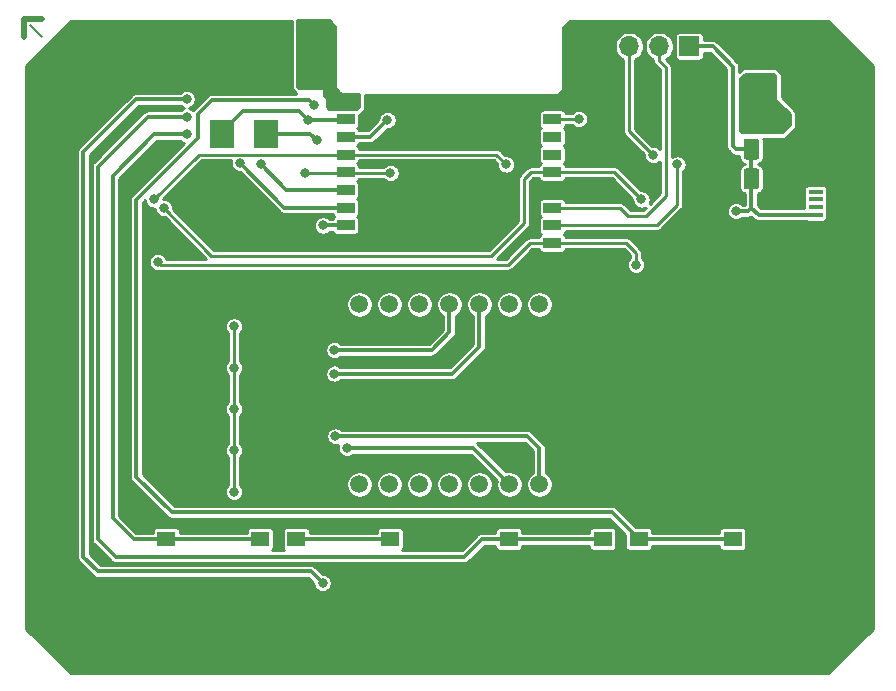
<source format=gbr>
%TF.GenerationSoftware,KiCad,Pcbnew,(5.1.10)-1*%
%TF.CreationDate,2021-10-03T21:55:55+02:00*%
%TF.ProjectId,KitchenTimer,4b697463-6865-46e5-9469-6d65722e6b69,rev?*%
%TF.SameCoordinates,Original*%
%TF.FileFunction,Copper,L1,Top*%
%TF.FilePolarity,Positive*%
%FSLAX46Y46*%
G04 Gerber Fmt 4.6, Leading zero omitted, Abs format (unit mm)*
G04 Created by KiCad (PCBNEW (5.1.10)-1) date 2021-10-03 21:55:55*
%MOMM*%
%LPD*%
G01*
G04 APERTURE LIST*
%TA.AperFunction,ComponentPad*%
%ADD10C,1.500000*%
%TD*%
%TA.AperFunction,ComponentPad*%
%ADD11C,5.600000*%
%TD*%
%TA.AperFunction,SMDPad,CuDef*%
%ADD12R,1.500000X0.900000*%
%TD*%
%TA.AperFunction,SMDPad,CuDef*%
%ADD13R,4.000000X4.000000*%
%TD*%
%TA.AperFunction,ComponentPad*%
%ADD14O,1.800000X1.100000*%
%TD*%
%TA.AperFunction,SMDPad,CuDef*%
%ADD15R,1.250000X0.400000*%
%TD*%
%TA.AperFunction,ComponentPad*%
%ADD16C,1.290000*%
%TD*%
%TA.AperFunction,ComponentPad*%
%ADD17O,1.700000X1.700000*%
%TD*%
%TA.AperFunction,ComponentPad*%
%ADD18R,1.700000X1.700000*%
%TD*%
%TA.AperFunction,SMDPad,CuDef*%
%ADD19R,1.550000X1.300000*%
%TD*%
%TA.AperFunction,SMDPad,CuDef*%
%ADD20R,2.100000X2.400000*%
%TD*%
%TA.AperFunction,ViaPad*%
%ADD21C,0.800000*%
%TD*%
%TA.AperFunction,Conductor*%
%ADD22C,0.500000*%
%TD*%
%TA.AperFunction,Conductor*%
%ADD23C,0.200000*%
%TD*%
%TA.AperFunction,Conductor*%
%ADD24C,0.750000*%
%TD*%
%TA.AperFunction,Conductor*%
%ADD25C,0.350000*%
%TD*%
%TA.AperFunction,Conductor*%
%ADD26C,0.250000*%
%TD*%
%TA.AperFunction,Conductor*%
%ADD27C,0.100000*%
%TD*%
G04 APERTURE END LIST*
%TO.P,C12,1*%
%TO.N,+3V3*%
%TA.AperFunction,SMDPad,CuDef*%
G36*
G01*
X76225000Y-26099998D02*
X76225000Y-27400002D01*
G75*
G02*
X75975002Y-27650000I-249998J0D01*
G01*
X75149998Y-27650000D01*
G75*
G02*
X74900000Y-27400002I0J249998D01*
G01*
X74900000Y-26099998D01*
G75*
G02*
X75149998Y-25850000I249998J0D01*
G01*
X75975002Y-25850000D01*
G75*
G02*
X76225000Y-26099998I0J-249998D01*
G01*
G37*
%TD.AperFunction*%
%TO.P,C12,2*%
%TO.N,GND*%
%TA.AperFunction,SMDPad,CuDef*%
G36*
G01*
X73100000Y-26099998D02*
X73100000Y-27400002D01*
G75*
G02*
X72850002Y-27650000I-249998J0D01*
G01*
X72024998Y-27650000D01*
G75*
G02*
X71775000Y-27400002I0J249998D01*
G01*
X71775000Y-26099998D01*
G75*
G02*
X72024998Y-25850000I249998J0D01*
G01*
X72850002Y-25850000D01*
G75*
G02*
X73100000Y-26099998I0J-249998D01*
G01*
G37*
%TD.AperFunction*%
%TD*%
D10*
%TO.P,LED1,14*%
%TO.N,Char_1_Power*%
X42380000Y-42380000D03*
%TO.P,LED1,13*%
%TO.N,Net-(LED1-Pad13)*%
X44920000Y-42380000D03*
%TO.P,LED1,12*%
%TO.N,Net-(LED1-Pad12)*%
X47460000Y-42380000D03*
%TO.P,LED1,11*%
%TO.N,Char_2_Power*%
X50000000Y-42380000D03*
%TO.P,LED1,10*%
%TO.N,Char_3_Power*%
X52540000Y-42380000D03*
%TO.P,LED1,9*%
%TO.N,Net-(LED1-Pad9)*%
X55080000Y-42380000D03*
%TO.P,LED1,8*%
%TO.N,Net-(LED1-Pad8)*%
X57620000Y-42380000D03*
%TO.P,LED1,7*%
%TO.N,Char_(':')_Power*%
X57620000Y-57620000D03*
%TO.P,LED1,6*%
%TO.N,Char_4_Power*%
X55080000Y-57620000D03*
%TO.P,LED1,5*%
%TO.N,Net-(LED1-Pad5)*%
X52540000Y-57620000D03*
%TO.P,LED1,4*%
%TO.N,Net-(LED1-Pad4)*%
X50000000Y-57620000D03*
%TO.P,LED1,3*%
%TO.N,Net-(LED1-Pad3)*%
X47460000Y-57620000D03*
%TO.P,LED1,2*%
%TO.N,Net-(LED1-Pad2)*%
X44920000Y-57620000D03*
%TO.P,LED1,1*%
%TO.N,Net-(LED1-Pad1)*%
X42380000Y-57620000D03*
%TD*%
%TO.P,C10,2*%
%TO.N,GND*%
%TA.AperFunction,SMDPad,CuDef*%
G36*
G01*
X73100000Y-28599998D02*
X73100000Y-29900002D01*
G75*
G02*
X72850002Y-30150000I-249998J0D01*
G01*
X72024998Y-30150000D01*
G75*
G02*
X71775000Y-29900002I0J249998D01*
G01*
X71775000Y-28599998D01*
G75*
G02*
X72024998Y-28350000I249998J0D01*
G01*
X72850002Y-28350000D01*
G75*
G02*
X73100000Y-28599998I0J-249998D01*
G01*
G37*
%TD.AperFunction*%
%TO.P,C10,1*%
%TO.N,+5V*%
%TA.AperFunction,SMDPad,CuDef*%
G36*
G01*
X76225000Y-28599998D02*
X76225000Y-29900002D01*
G75*
G02*
X75975002Y-30150000I-249998J0D01*
G01*
X75149998Y-30150000D01*
G75*
G02*
X74900000Y-29900002I0J249998D01*
G01*
X74900000Y-28599998D01*
G75*
G02*
X75149998Y-28350000I249998J0D01*
G01*
X75975002Y-28350000D01*
G75*
G02*
X76225000Y-28599998I0J-249998D01*
G01*
G37*
%TD.AperFunction*%
%TD*%
D11*
%TO.P,J6,1*%
%TO.N,GND*%
X18750000Y-23000000D03*
%TD*%
%TO.P,J5,1*%
%TO.N,GND*%
X18750000Y-69000000D03*
%TD*%
%TO.P,J4,1*%
%TO.N,GND*%
X81000000Y-23000000D03*
%TD*%
%TO.P,J3,1*%
%TO.N,GND*%
X81250000Y-69000000D03*
%TD*%
D12*
%TO.P,U1,1*%
%TO.N,+3V3*%
X41210000Y-25200000D03*
%TO.P,U1,2*%
%TO.N,ESP_Enable*%
X41210000Y-26700000D03*
%TO.P,U1,3*%
%TO.N,BTN_ResetCountdown*%
X41210000Y-28200000D03*
%TO.P,U1,4*%
%TO.N,!Clear*%
X41210000Y-29700000D03*
%TO.P,U1,5*%
%TO.N,ShiftRegister_Output_Enable*%
X41210000Y-31200000D03*
%TO.P,U1,6*%
%TO.N,BTN_StartStop*%
X41210000Y-32700000D03*
%TO.P,U1,7*%
%TO.N,BTN_Up*%
X41210000Y-34200000D03*
%TO.P,U1,8*%
%TO.N,BTN_Down*%
X41210000Y-35700000D03*
%TO.P,U1,9*%
%TO.N,GND*%
X41210000Y-37200000D03*
%TO.P,U1,10*%
%TO.N,Clock*%
X58710000Y-37200000D03*
%TO.P,U1,11*%
%TO.N,ESP_RX*%
X58710000Y-35700000D03*
%TO.P,U1,12*%
%TO.N,ESP_TX*%
X58710000Y-34200000D03*
%TO.P,U1,13*%
%TO.N,GND*%
X58710000Y-32700000D03*
%TO.P,U1,14*%
%TO.N,Latch*%
X58710000Y-31200000D03*
%TO.P,U1,15*%
%TO.N,ESP_Reset*%
X58710000Y-29700000D03*
%TO.P,U1,16*%
%TO.N,Net-(U1-Pad16)*%
X58710000Y-28200000D03*
%TO.P,U1,17*%
%TO.N,Data*%
X58710000Y-26700000D03*
%TO.P,U1,18*%
%TO.N,GND*%
X58710000Y-25200000D03*
D13*
%TO.P,U1,19*%
X51060000Y-33710000D03*
%TD*%
D14*
%TO.P,J2,6*%
%TO.N,GND*%
X83800000Y-29900000D03*
%TA.AperFunction,SMDPad,CuDef*%
G36*
G01*
X84300000Y-35000000D02*
X83300000Y-35000000D01*
G75*
G02*
X82800000Y-34500000I0J500000D01*
G01*
X82800000Y-32500000D01*
G75*
G02*
X83300000Y-32000000I500000J0D01*
G01*
X84300000Y-32000000D01*
G75*
G02*
X84800000Y-32500000I0J-500000D01*
G01*
X84800000Y-34500000D01*
G75*
G02*
X84300000Y-35000000I-500000J0D01*
G01*
G37*
%TD.AperFunction*%
D15*
%TO.P,J2,5*%
X81000000Y-32150000D03*
%TO.P,J2,4*%
%TO.N,Net-(J2-Pad4)*%
X81000000Y-32850000D03*
%TO.P,J2,3*%
%TO.N,Net-(J2-Pad3)*%
X81000000Y-33500000D03*
%TO.P,J2,2*%
%TO.N,Net-(J2-Pad2)*%
X81000000Y-34150000D03*
%TO.P,J2,1*%
%TO.N,+5V*%
X81000000Y-34800000D03*
D16*
%TO.P,J2,6*%
%TO.N,GND*%
X81000000Y-31075000D03*
X81000000Y-35925000D03*
D14*
X83800000Y-29900000D03*
X83800000Y-37100000D03*
%TD*%
%TO.P,C13,1*%
%TO.N,+3V3*%
%TA.AperFunction,SMDPad,CuDef*%
G36*
G01*
X76225000Y-23599998D02*
X76225000Y-24900002D01*
G75*
G02*
X75975002Y-25150000I-249998J0D01*
G01*
X75149998Y-25150000D01*
G75*
G02*
X74900000Y-24900002I0J249998D01*
G01*
X74900000Y-23599998D01*
G75*
G02*
X75149998Y-23350000I249998J0D01*
G01*
X75975002Y-23350000D01*
G75*
G02*
X76225000Y-23599998I0J-249998D01*
G01*
G37*
%TD.AperFunction*%
%TO.P,C13,2*%
%TO.N,GND*%
%TA.AperFunction,SMDPad,CuDef*%
G36*
G01*
X73100000Y-23599998D02*
X73100000Y-24900002D01*
G75*
G02*
X72850002Y-25150000I-249998J0D01*
G01*
X72024998Y-25150000D01*
G75*
G02*
X71775000Y-24900002I0J249998D01*
G01*
X71775000Y-23599998D01*
G75*
G02*
X72024998Y-23350000I249998J0D01*
G01*
X72850002Y-23350000D01*
G75*
G02*
X73100000Y-23599998I0J-249998D01*
G01*
G37*
%TD.AperFunction*%
%TD*%
%TO.P,C9,2*%
%TO.N,GND*%
%TA.AperFunction,SMDPad,CuDef*%
G36*
G01*
X73100000Y-31099998D02*
X73100000Y-32400002D01*
G75*
G02*
X72850002Y-32650000I-249998J0D01*
G01*
X72024998Y-32650000D01*
G75*
G02*
X71775000Y-32400002I0J249998D01*
G01*
X71775000Y-31099998D01*
G75*
G02*
X72024998Y-30850000I249998J0D01*
G01*
X72850002Y-30850000D01*
G75*
G02*
X73100000Y-31099998I0J-249998D01*
G01*
G37*
%TD.AperFunction*%
%TO.P,C9,1*%
%TO.N,+5V*%
%TA.AperFunction,SMDPad,CuDef*%
G36*
G01*
X76225000Y-31099998D02*
X76225000Y-32400002D01*
G75*
G02*
X75975002Y-32650000I-249998J0D01*
G01*
X75149998Y-32650000D01*
G75*
G02*
X74900000Y-32400002I0J249998D01*
G01*
X74900000Y-31099998D01*
G75*
G02*
X75149998Y-30850000I249998J0D01*
G01*
X75975002Y-30850000D01*
G75*
G02*
X76225000Y-31099998I0J-249998D01*
G01*
G37*
%TD.AperFunction*%
%TD*%
D17*
%TO.P,J1,4*%
%TO.N,GND*%
X62681281Y-20534799D03*
%TO.P,J1,3*%
%TO.N,ESP_RX*%
X65221281Y-20534799D03*
%TO.P,J1,2*%
%TO.N,ESP_TX*%
X67761281Y-20534799D03*
D18*
%TO.P,J1,1*%
%TO.N,+5V*%
X70301281Y-20534799D03*
%TD*%
D19*
%TO.P,SW6,3*%
%TO.N,BTN_Down*%
X44975000Y-62250000D03*
%TO.P,SW6,4*%
%TO.N,GND*%
X44975000Y-66750000D03*
%TO.P,SW6,2*%
X37025000Y-66750000D03*
%TO.P,SW6,1*%
%TO.N,BTN_Down*%
X37025000Y-62250000D03*
%TD*%
%TO.P,SW5,3*%
%TO.N,BTN_Up*%
X33975000Y-62250000D03*
%TO.P,SW5,4*%
%TO.N,GND*%
X33975000Y-66750000D03*
%TO.P,SW5,2*%
X26025000Y-66750000D03*
%TO.P,SW5,1*%
%TO.N,BTN_Up*%
X26025000Y-62250000D03*
%TD*%
%TO.P,SW4,3*%
%TO.N,BTN_ResetCountdown*%
X73975000Y-62250000D03*
%TO.P,SW4,4*%
%TO.N,GND*%
X73975000Y-66750000D03*
%TO.P,SW4,2*%
X66025000Y-66750000D03*
%TO.P,SW4,1*%
%TO.N,BTN_ResetCountdown*%
X66025000Y-62250000D03*
%TD*%
%TO.P,SW3,3*%
%TO.N,BTN_StartStop*%
X62975000Y-62250000D03*
%TO.P,SW3,4*%
%TO.N,GND*%
X62975000Y-66750000D03*
%TO.P,SW3,2*%
X55025000Y-66750000D03*
%TO.P,SW3,1*%
%TO.N,BTN_StartStop*%
X55025000Y-62250000D03*
%TD*%
D20*
%TO.P,SW2,1*%
%TO.N,ESP_Enable*%
X30750000Y-27940000D03*
%TO.P,SW2,2*%
%TO.N,GND*%
X30750000Y-20140000D03*
%TD*%
%TO.P,SW1,1*%
%TO.N,BTN_Down*%
X34500000Y-27940000D03*
%TO.P,SW1,2*%
%TO.N,GND*%
X34500000Y-20140000D03*
%TD*%
D21*
%TO.N,GND*%
X33500000Y-22500000D03*
X33500000Y-23500000D03*
%TO.N,+5V*%
X74250000Y-34500020D03*
%TO.N,+3V3*%
X40000000Y-22000000D03*
X40000000Y-21000000D03*
X40000000Y-20000000D03*
X40000000Y-19000000D03*
X39500000Y-23000000D03*
X31750000Y-58250000D03*
X31750000Y-54750000D03*
X31750000Y-51250000D03*
X31750000Y-44250000D03*
X31750000Y-47750000D03*
X77000000Y-23750000D03*
X77000000Y-24750000D03*
X77000000Y-25750000D03*
X77000000Y-26750000D03*
X78000000Y-26750000D03*
%TO.N,ESP_RX*%
X69301281Y-30534799D03*
X67250000Y-29749974D03*
%TO.N,Char_2_Power*%
X40250000Y-46250000D03*
%TO.N,Char_3_Power*%
X40250000Y-48250000D03*
%TO.N,Char_4_Power*%
X41322006Y-54572000D03*
%TO.N,Char_(':')_Power*%
X40348000Y-53556000D03*
%TO.N,ShiftRegister_Output_Enable*%
X37801281Y-31284799D03*
X45000000Y-31250000D03*
%TO.N,BTN_Down*%
X39300013Y-35699987D03*
X27750000Y-25000000D03*
X39250000Y-66000000D03*
X45000000Y-62250000D03*
X38750000Y-28500000D03*
%TO.N,ESP_Enable*%
X38000012Y-26750000D03*
%TO.N,BTN_StartStop*%
X34000000Y-30500000D03*
X27750000Y-26500000D03*
X55000000Y-62250000D03*
%TO.N,BTN_ResetCountdown*%
X66000000Y-62250000D03*
X38500000Y-25500000D03*
X44750000Y-26750000D03*
%TO.N,BTN_Up*%
X27750000Y-28000000D03*
X32250000Y-30425000D03*
X26025000Y-62250000D03*
%TO.N,Data*%
X60950000Y-26700000D03*
%TO.N,Latch*%
X25814212Y-34250000D03*
X66249998Y-33500000D03*
%TO.N,Clock*%
X65801281Y-39034799D03*
X25301281Y-38784799D03*
%TO.N,!Clear*%
X54801281Y-30534799D03*
X24999998Y-33500000D03*
%TO.N,GND*%
X61000000Y-32750000D03*
X51060000Y-33710000D03*
X25250000Y-46250000D03*
X44250000Y-36500000D03*
X40500000Y-65000000D03*
X55000000Y-65000000D03*
X66000000Y-65000000D03*
X23000000Y-67000000D03*
X25500000Y-20250000D03*
X30250000Y-31500000D03*
X77000000Y-39000000D03*
X60750000Y-42750000D03*
X34500000Y-23500000D03*
%TD*%
D22*
%TO.N,*%
X14000000Y-19750000D02*
X14000000Y-18250000D01*
X14000000Y-18250000D02*
X15500000Y-18250000D01*
D23*
X14500000Y-18750000D02*
X15467151Y-19717151D01*
D24*
%TO.N,+5V*%
X75762500Y-29050000D02*
X75562500Y-29250000D01*
D25*
X75562500Y-31750000D02*
X75562500Y-29250000D01*
X75249980Y-34500020D02*
X74250000Y-34500020D01*
X75562500Y-34187500D02*
X75249980Y-34500020D01*
X75562500Y-31750000D02*
X75562500Y-34187500D01*
X76175000Y-34800000D02*
X75562500Y-34187500D01*
X81000000Y-34800000D02*
X76175000Y-34800000D01*
X70301281Y-20534799D02*
X72284799Y-20534799D01*
X72284799Y-20534799D02*
X74000000Y-22250000D01*
X74000000Y-22250000D02*
X74000000Y-29000000D01*
X74250000Y-29250000D02*
X75562500Y-29250000D01*
X74000000Y-29000000D02*
X74250000Y-29250000D01*
D26*
%TO.N,+3V3*%
X31750000Y-44250000D02*
X31750000Y-47750000D01*
X31750000Y-47750000D02*
X31750000Y-51250000D01*
X31750000Y-51250000D02*
X31750000Y-54750000D01*
X31750000Y-54750000D02*
X31750000Y-58250000D01*
D25*
X41210000Y-25200000D02*
X39950000Y-25200000D01*
X39500000Y-24750000D02*
X39500000Y-23000000D01*
X39950000Y-25200000D02*
X39500000Y-24750000D01*
X39500000Y-23000000D02*
X40000000Y-22500000D01*
X40000000Y-22500000D02*
X40000000Y-19000000D01*
D26*
%TO.N,ESP_RX*%
X65221281Y-27721255D02*
X67250000Y-29749974D01*
X65221281Y-20534799D02*
X65221281Y-27721255D01*
X67550000Y-35700000D02*
X58710000Y-35700000D01*
X69301281Y-33948719D02*
X67550000Y-35700000D01*
X69301281Y-30534799D02*
X69301281Y-33948719D01*
%TO.N,ESP_TX*%
X67761281Y-21736880D02*
X67761281Y-20534799D01*
X68301281Y-22276880D02*
X67761281Y-21736880D01*
X68301281Y-33198719D02*
X68301281Y-22276880D01*
X66600000Y-34900000D02*
X68301281Y-33198719D01*
X65150000Y-34900000D02*
X66600000Y-34900000D01*
X64450000Y-34200000D02*
X65150000Y-34900000D01*
X58710000Y-34200000D02*
X64450000Y-34200000D01*
D25*
%TO.N,Char_2_Power*%
X48500000Y-46250000D02*
X40250000Y-46250000D01*
X50000000Y-44750000D02*
X48500000Y-46250000D01*
X50000000Y-42380000D02*
X50000000Y-44750000D01*
%TO.N,Char_3_Power*%
X50250000Y-48250000D02*
X40250000Y-48250000D01*
X52540000Y-45960000D02*
X50250000Y-48250000D01*
X52540000Y-42380000D02*
X52540000Y-45960000D01*
%TO.N,Char_4_Power*%
X52032000Y-54572000D02*
X41322006Y-54572000D01*
X55080000Y-57620000D02*
X52032000Y-54572000D01*
%TO.N,Char_(':')_Power*%
X57620000Y-54572000D02*
X56604000Y-53556000D01*
X57620000Y-57620000D02*
X57620000Y-54572000D01*
X56604000Y-53556000D02*
X40348000Y-53556000D01*
D26*
%TO.N,ShiftRegister_Output_Enable*%
X41125201Y-31284799D02*
X41210000Y-31200000D01*
X37801281Y-31284799D02*
X41125201Y-31284799D01*
X41260000Y-31250000D02*
X41210000Y-31200000D01*
X45000000Y-31250000D02*
X41260000Y-31250000D01*
D25*
%TO.N,BTN_Down*%
X41210000Y-35700000D02*
X39300026Y-35700000D01*
X39300026Y-35700000D02*
X39300013Y-35699987D01*
X27750000Y-25000000D02*
X23500000Y-25000000D01*
X23500000Y-25000000D02*
X19000000Y-29500000D01*
X19000000Y-29500000D02*
X19000000Y-63750000D01*
X19000000Y-63750000D02*
X20250000Y-65000000D01*
X38250000Y-65000000D02*
X39250000Y-66000000D01*
X20250000Y-65000000D02*
X38250000Y-65000000D01*
X34500000Y-27940000D02*
X38190000Y-27940000D01*
X38190000Y-27940000D02*
X38750000Y-28500000D01*
X37025000Y-62250000D02*
X45000000Y-62250000D01*
%TO.N,ESP_Enable*%
X32500000Y-26000000D02*
X30750000Y-27750000D01*
X37250000Y-26000000D02*
X32500000Y-26000000D01*
X38000000Y-26750000D02*
X37250000Y-26000000D01*
X30750000Y-27750000D02*
X30750000Y-27940000D01*
X41160000Y-26750000D02*
X38000000Y-26750000D01*
X41210000Y-26700000D02*
X41160000Y-26750000D01*
%TO.N,BTN_StartStop*%
X36200000Y-32700000D02*
X34000000Y-30500000D01*
X41210000Y-32700000D02*
X36200000Y-32700000D01*
X52750000Y-62250000D02*
X55025000Y-62250000D01*
X51250000Y-63750000D02*
X52750000Y-62250000D01*
X21750000Y-63750000D02*
X51250000Y-63750000D01*
X20250000Y-62250000D02*
X21750000Y-63750000D01*
X20250000Y-30750000D02*
X20250000Y-62250000D01*
X24500000Y-26500000D02*
X20250000Y-30750000D01*
X27750000Y-26500000D02*
X24500000Y-26500000D01*
X55000000Y-62250000D02*
X62975000Y-62250000D01*
%TO.N,BTN_ResetCountdown*%
X41210000Y-28200000D02*
X41210000Y-28210000D01*
X41210000Y-28210000D02*
X41170000Y-28250000D01*
X23500000Y-33534000D02*
X28750000Y-28284000D01*
X28750000Y-28284000D02*
X28750000Y-26250000D01*
X66025000Y-62250000D02*
X63775000Y-60000000D01*
X63775000Y-60000000D02*
X26500000Y-60000000D01*
X26500000Y-60000000D02*
X23500000Y-57000000D01*
X23500000Y-57000000D02*
X23500000Y-33534000D01*
X28750000Y-26250000D02*
X29899999Y-25100001D01*
X29899999Y-25100001D02*
X38100001Y-25100001D01*
X38100001Y-25100001D02*
X38500000Y-25500000D01*
X66025000Y-62250000D02*
X73975000Y-62250000D01*
X41210000Y-28200000D02*
X43300000Y-28200000D01*
X43300000Y-28200000D02*
X44750000Y-26750000D01*
%TO.N,BTN_Up*%
X26025000Y-62250000D02*
X23250000Y-62250000D01*
X23250000Y-62250000D02*
X21500000Y-60500000D01*
X21500000Y-60500000D02*
X21500000Y-31500000D01*
X25000000Y-28000000D02*
X27750000Y-28000000D01*
X21500000Y-31500000D02*
X25000000Y-28000000D01*
X36025000Y-34200000D02*
X41210000Y-34200000D01*
X32250000Y-30425000D02*
X36025000Y-34200000D01*
X26025000Y-62250000D02*
X33975000Y-62250000D01*
D26*
%TO.N,Data*%
X58710000Y-26700000D02*
X60950000Y-26700000D01*
%TO.N,Latch*%
X29849011Y-38284799D02*
X25814212Y-34250000D01*
X53551281Y-38284799D02*
X29849011Y-38284799D01*
X56301281Y-35534799D02*
X53551281Y-38284799D01*
X56301281Y-31784799D02*
X56301281Y-35534799D01*
X56886080Y-31200000D02*
X56301281Y-31784799D01*
X58710000Y-31200000D02*
X56886080Y-31200000D01*
X58710000Y-31200000D02*
X63949998Y-31200000D01*
X63949998Y-31200000D02*
X66249998Y-33500000D01*
%TO.N,Clock*%
X64966482Y-37200000D02*
X65801281Y-38034799D01*
X58710000Y-37200000D02*
X64966482Y-37200000D01*
X65801281Y-38034799D02*
X65801281Y-39034799D01*
X54965201Y-39034799D02*
X25551281Y-39034799D01*
X56800000Y-37200000D02*
X54965201Y-39034799D01*
X25551281Y-39034799D02*
X25301281Y-38784799D01*
X58710000Y-37200000D02*
X56800000Y-37200000D01*
%TO.N,!Clear*%
X28799998Y-29700000D02*
X24999998Y-33500000D01*
X41210000Y-29700000D02*
X28799998Y-29700000D01*
X53966482Y-29700000D02*
X54801281Y-30534799D01*
X41210000Y-29700000D02*
X53966482Y-29700000D01*
D25*
%TO.N,GND*%
X51060000Y-32940000D02*
X51060000Y-33710000D01*
X58760000Y-32750000D02*
X58710000Y-32700000D01*
X61000000Y-32750000D02*
X58760000Y-32750000D01*
%TD*%
D26*
%TO.N,GND*%
X36625000Y-24000000D02*
X36632206Y-24073159D01*
X36653545Y-24143506D01*
X36688199Y-24208339D01*
X36734835Y-24265165D01*
X36984835Y-24515165D01*
X37027283Y-24550001D01*
X29927006Y-24550001D01*
X29899998Y-24547341D01*
X29872990Y-24550001D01*
X29872981Y-24550001D01*
X29792180Y-24557959D01*
X29688505Y-24589409D01*
X29592957Y-24640480D01*
X29592955Y-24640481D01*
X29592956Y-24640481D01*
X29530194Y-24691988D01*
X29530189Y-24691993D01*
X29509209Y-24709211D01*
X29491991Y-24730191D01*
X28380191Y-25841992D01*
X28359211Y-25859210D01*
X28341993Y-25880190D01*
X28341987Y-25880196D01*
X28290479Y-25942958D01*
X28289955Y-25943939D01*
X28244034Y-25898018D01*
X28117100Y-25813204D01*
X27976059Y-25754783D01*
X27952013Y-25750000D01*
X27976059Y-25745217D01*
X28117100Y-25686796D01*
X28244034Y-25601982D01*
X28351982Y-25494034D01*
X28436796Y-25367100D01*
X28495217Y-25226059D01*
X28525000Y-25076331D01*
X28525000Y-24923669D01*
X28495217Y-24773941D01*
X28436796Y-24632900D01*
X28351982Y-24505966D01*
X28244034Y-24398018D01*
X28117100Y-24313204D01*
X27976059Y-24254783D01*
X27826331Y-24225000D01*
X27673669Y-24225000D01*
X27523941Y-24254783D01*
X27382900Y-24313204D01*
X27255966Y-24398018D01*
X27203984Y-24450000D01*
X23527007Y-24450000D01*
X23499999Y-24447340D01*
X23472991Y-24450000D01*
X23472982Y-24450000D01*
X23392181Y-24457958D01*
X23288506Y-24489408D01*
X23268690Y-24500000D01*
X23192957Y-24540479D01*
X23130195Y-24591987D01*
X23130190Y-24591992D01*
X23109210Y-24609210D01*
X23091992Y-24630190D01*
X18630196Y-29091987D01*
X18609210Y-29109210D01*
X18540479Y-29192958D01*
X18489408Y-29288507D01*
X18457958Y-29392182D01*
X18450000Y-29472983D01*
X18450000Y-29472992D01*
X18447340Y-29500000D01*
X18450000Y-29527008D01*
X18450001Y-63722982D01*
X18447340Y-63750000D01*
X18457959Y-63857818D01*
X18489409Y-63961494D01*
X18540479Y-64057042D01*
X18591987Y-64119804D01*
X18591993Y-64119810D01*
X18609211Y-64140790D01*
X18630191Y-64158008D01*
X19841992Y-65369810D01*
X19859210Y-65390790D01*
X19880190Y-65408008D01*
X19880195Y-65408013D01*
X19942958Y-65459521D01*
X20038506Y-65510592D01*
X20142181Y-65542042D01*
X20222982Y-65550000D01*
X20222992Y-65550000D01*
X20250000Y-65552660D01*
X20277008Y-65550000D01*
X38022183Y-65550000D01*
X38475000Y-66002817D01*
X38475000Y-66076331D01*
X38504783Y-66226059D01*
X38563204Y-66367100D01*
X38648018Y-66494034D01*
X38755966Y-66601982D01*
X38882900Y-66686796D01*
X39023941Y-66745217D01*
X39173669Y-66775000D01*
X39326331Y-66775000D01*
X39476059Y-66745217D01*
X39617100Y-66686796D01*
X39744034Y-66601982D01*
X39851982Y-66494034D01*
X39936796Y-66367100D01*
X39995217Y-66226059D01*
X40025000Y-66076331D01*
X40025000Y-65923669D01*
X39995217Y-65773941D01*
X39936796Y-65632900D01*
X39851982Y-65505966D01*
X39744034Y-65398018D01*
X39617100Y-65313204D01*
X39476059Y-65254783D01*
X39326331Y-65225000D01*
X39252817Y-65225000D01*
X38658012Y-64630195D01*
X38640790Y-64609210D01*
X38557042Y-64540479D01*
X38461494Y-64489408D01*
X38357819Y-64457958D01*
X38277018Y-64450000D01*
X38277008Y-64450000D01*
X38250000Y-64447340D01*
X38222992Y-64450000D01*
X20477818Y-64450000D01*
X19550000Y-63522183D01*
X19550000Y-29727817D01*
X23727818Y-25550000D01*
X27203984Y-25550000D01*
X27255966Y-25601982D01*
X27382900Y-25686796D01*
X27523941Y-25745217D01*
X27547987Y-25750000D01*
X27523941Y-25754783D01*
X27382900Y-25813204D01*
X27255966Y-25898018D01*
X27203984Y-25950000D01*
X24527011Y-25950000D01*
X24500000Y-25947340D01*
X24472989Y-25950000D01*
X24472982Y-25950000D01*
X24392181Y-25957958D01*
X24288506Y-25989408D01*
X24192958Y-26040479D01*
X24109210Y-26109210D01*
X24091987Y-26130196D01*
X19880196Y-30341987D01*
X19859210Y-30359210D01*
X19790479Y-30442958D01*
X19739408Y-30538507D01*
X19707958Y-30642182D01*
X19700000Y-30722983D01*
X19700000Y-30722992D01*
X19697340Y-30750000D01*
X19700000Y-30777008D01*
X19700001Y-62222982D01*
X19697340Y-62250000D01*
X19700001Y-62277018D01*
X19707959Y-62357819D01*
X19739409Y-62461494D01*
X19790479Y-62557042D01*
X19841987Y-62619804D01*
X19841993Y-62619810D01*
X19859211Y-62640790D01*
X19880191Y-62658008D01*
X21341992Y-64119810D01*
X21359210Y-64140790D01*
X21380190Y-64158008D01*
X21380195Y-64158013D01*
X21432097Y-64200607D01*
X21442958Y-64209521D01*
X21538506Y-64260592D01*
X21642181Y-64292042D01*
X21722982Y-64300000D01*
X21722991Y-64300000D01*
X21749999Y-64302660D01*
X21777007Y-64300000D01*
X51222992Y-64300000D01*
X51250000Y-64302660D01*
X51277008Y-64300000D01*
X51277018Y-64300000D01*
X51357819Y-64292042D01*
X51461494Y-64260592D01*
X51557042Y-64209521D01*
X51640790Y-64140790D01*
X51658013Y-64119804D01*
X52977818Y-62800000D01*
X53873186Y-62800000D01*
X53873186Y-62900000D01*
X53880426Y-62973513D01*
X53901869Y-63044200D01*
X53936691Y-63109347D01*
X53983552Y-63166448D01*
X54040653Y-63213309D01*
X54105800Y-63248131D01*
X54176487Y-63269574D01*
X54250000Y-63276814D01*
X55800000Y-63276814D01*
X55873513Y-63269574D01*
X55944200Y-63248131D01*
X56009347Y-63213309D01*
X56066448Y-63166448D01*
X56113309Y-63109347D01*
X56148131Y-63044200D01*
X56169574Y-62973513D01*
X56176814Y-62900000D01*
X56176814Y-62800000D01*
X61823186Y-62800000D01*
X61823186Y-62900000D01*
X61830426Y-62973513D01*
X61851869Y-63044200D01*
X61886691Y-63109347D01*
X61933552Y-63166448D01*
X61990653Y-63213309D01*
X62055800Y-63248131D01*
X62126487Y-63269574D01*
X62200000Y-63276814D01*
X63750000Y-63276814D01*
X63823513Y-63269574D01*
X63894200Y-63248131D01*
X63959347Y-63213309D01*
X64016448Y-63166448D01*
X64063309Y-63109347D01*
X64098131Y-63044200D01*
X64119574Y-62973513D01*
X64126814Y-62900000D01*
X64126814Y-61600000D01*
X64119574Y-61526487D01*
X64098131Y-61455800D01*
X64063309Y-61390653D01*
X64016448Y-61333552D01*
X63959347Y-61286691D01*
X63894200Y-61251869D01*
X63823513Y-61230426D01*
X63750000Y-61223186D01*
X62200000Y-61223186D01*
X62126487Y-61230426D01*
X62055800Y-61251869D01*
X61990653Y-61286691D01*
X61933552Y-61333552D01*
X61886691Y-61390653D01*
X61851869Y-61455800D01*
X61830426Y-61526487D01*
X61823186Y-61600000D01*
X61823186Y-61700000D01*
X56176814Y-61700000D01*
X56176814Y-61600000D01*
X56169574Y-61526487D01*
X56148131Y-61455800D01*
X56113309Y-61390653D01*
X56066448Y-61333552D01*
X56009347Y-61286691D01*
X55944200Y-61251869D01*
X55873513Y-61230426D01*
X55800000Y-61223186D01*
X54250000Y-61223186D01*
X54176487Y-61230426D01*
X54105800Y-61251869D01*
X54040653Y-61286691D01*
X53983552Y-61333552D01*
X53936691Y-61390653D01*
X53901869Y-61455800D01*
X53880426Y-61526487D01*
X53873186Y-61600000D01*
X53873186Y-61700000D01*
X52777007Y-61700000D01*
X52749999Y-61697340D01*
X52722991Y-61700000D01*
X52722982Y-61700000D01*
X52642181Y-61707958D01*
X52538506Y-61739408D01*
X52442958Y-61790479D01*
X52442956Y-61790480D01*
X52442957Y-61790480D01*
X52380195Y-61841987D01*
X52380190Y-61841992D01*
X52359210Y-61859210D01*
X52341992Y-61880190D01*
X51022183Y-63200000D01*
X45975564Y-63200000D01*
X46016448Y-63166448D01*
X46063309Y-63109347D01*
X46098131Y-63044200D01*
X46119574Y-62973513D01*
X46126814Y-62900000D01*
X46126814Y-61600000D01*
X46119574Y-61526487D01*
X46098131Y-61455800D01*
X46063309Y-61390653D01*
X46016448Y-61333552D01*
X45959347Y-61286691D01*
X45894200Y-61251869D01*
X45823513Y-61230426D01*
X45750000Y-61223186D01*
X44200000Y-61223186D01*
X44126487Y-61230426D01*
X44055800Y-61251869D01*
X43990653Y-61286691D01*
X43933552Y-61333552D01*
X43886691Y-61390653D01*
X43851869Y-61455800D01*
X43830426Y-61526487D01*
X43823186Y-61600000D01*
X43823186Y-61700000D01*
X38176814Y-61700000D01*
X38176814Y-61600000D01*
X38169574Y-61526487D01*
X38148131Y-61455800D01*
X38113309Y-61390653D01*
X38066448Y-61333552D01*
X38009347Y-61286691D01*
X37944200Y-61251869D01*
X37873513Y-61230426D01*
X37800000Y-61223186D01*
X36250000Y-61223186D01*
X36176487Y-61230426D01*
X36105800Y-61251869D01*
X36040653Y-61286691D01*
X35983552Y-61333552D01*
X35936691Y-61390653D01*
X35901869Y-61455800D01*
X35880426Y-61526487D01*
X35873186Y-61600000D01*
X35873186Y-62900000D01*
X35880426Y-62973513D01*
X35901869Y-63044200D01*
X35936691Y-63109347D01*
X35983552Y-63166448D01*
X36024436Y-63200000D01*
X34975564Y-63200000D01*
X35016448Y-63166448D01*
X35063309Y-63109347D01*
X35098131Y-63044200D01*
X35119574Y-62973513D01*
X35126814Y-62900000D01*
X35126814Y-61600000D01*
X35119574Y-61526487D01*
X35098131Y-61455800D01*
X35063309Y-61390653D01*
X35016448Y-61333552D01*
X34959347Y-61286691D01*
X34894200Y-61251869D01*
X34823513Y-61230426D01*
X34750000Y-61223186D01*
X33200000Y-61223186D01*
X33126487Y-61230426D01*
X33055800Y-61251869D01*
X32990653Y-61286691D01*
X32933552Y-61333552D01*
X32886691Y-61390653D01*
X32851869Y-61455800D01*
X32830426Y-61526487D01*
X32823186Y-61600000D01*
X32823186Y-61700000D01*
X27176814Y-61700000D01*
X27176814Y-61600000D01*
X27169574Y-61526487D01*
X27148131Y-61455800D01*
X27113309Y-61390653D01*
X27066448Y-61333552D01*
X27009347Y-61286691D01*
X26944200Y-61251869D01*
X26873513Y-61230426D01*
X26800000Y-61223186D01*
X25250000Y-61223186D01*
X25176487Y-61230426D01*
X25105800Y-61251869D01*
X25040653Y-61286691D01*
X24983552Y-61333552D01*
X24936691Y-61390653D01*
X24901869Y-61455800D01*
X24880426Y-61526487D01*
X24873186Y-61600000D01*
X24873186Y-61700000D01*
X23477817Y-61700000D01*
X22050000Y-60272183D01*
X22050000Y-31727817D01*
X25227818Y-28550000D01*
X27203984Y-28550000D01*
X27255966Y-28601982D01*
X27382900Y-28686796D01*
X27514766Y-28741416D01*
X23130191Y-33125992D01*
X23109211Y-33143210D01*
X23091993Y-33164190D01*
X23091987Y-33164196D01*
X23040479Y-33226958D01*
X22997306Y-33307731D01*
X22989409Y-33322506D01*
X22959964Y-33419574D01*
X22957959Y-33426182D01*
X22947340Y-33534000D01*
X22950001Y-33561018D01*
X22950000Y-56972992D01*
X22947340Y-57000000D01*
X22950000Y-57027008D01*
X22950000Y-57027017D01*
X22957958Y-57107818D01*
X22989408Y-57211493D01*
X23040479Y-57307042D01*
X23109210Y-57390790D01*
X23130196Y-57408013D01*
X26091987Y-60369804D01*
X26109210Y-60390790D01*
X26130196Y-60408013D01*
X26192958Y-60459521D01*
X26288505Y-60510592D01*
X26342651Y-60527017D01*
X26392181Y-60542042D01*
X26472982Y-60550000D01*
X26472989Y-60550000D01*
X26500000Y-60552660D01*
X26527011Y-60550000D01*
X63547183Y-60550000D01*
X64873186Y-61876003D01*
X64873186Y-62900000D01*
X64880426Y-62973513D01*
X64901869Y-63044200D01*
X64936691Y-63109347D01*
X64983552Y-63166448D01*
X65040653Y-63213309D01*
X65105800Y-63248131D01*
X65176487Y-63269574D01*
X65250000Y-63276814D01*
X66800000Y-63276814D01*
X66873513Y-63269574D01*
X66944200Y-63248131D01*
X67009347Y-63213309D01*
X67066448Y-63166448D01*
X67113309Y-63109347D01*
X67148131Y-63044200D01*
X67169574Y-62973513D01*
X67176814Y-62900000D01*
X67176814Y-62800000D01*
X72823186Y-62800000D01*
X72823186Y-62900000D01*
X72830426Y-62973513D01*
X72851869Y-63044200D01*
X72886691Y-63109347D01*
X72933552Y-63166448D01*
X72990653Y-63213309D01*
X73055800Y-63248131D01*
X73126487Y-63269574D01*
X73200000Y-63276814D01*
X74750000Y-63276814D01*
X74823513Y-63269574D01*
X74894200Y-63248131D01*
X74959347Y-63213309D01*
X75016448Y-63166448D01*
X75063309Y-63109347D01*
X75098131Y-63044200D01*
X75119574Y-62973513D01*
X75126814Y-62900000D01*
X75126814Y-61600000D01*
X75119574Y-61526487D01*
X75098131Y-61455800D01*
X75063309Y-61390653D01*
X75016448Y-61333552D01*
X74959347Y-61286691D01*
X74894200Y-61251869D01*
X74823513Y-61230426D01*
X74750000Y-61223186D01*
X73200000Y-61223186D01*
X73126487Y-61230426D01*
X73055800Y-61251869D01*
X72990653Y-61286691D01*
X72933552Y-61333552D01*
X72886691Y-61390653D01*
X72851869Y-61455800D01*
X72830426Y-61526487D01*
X72823186Y-61600000D01*
X72823186Y-61700000D01*
X67176814Y-61700000D01*
X67176814Y-61600000D01*
X67169574Y-61526487D01*
X67148131Y-61455800D01*
X67113309Y-61390653D01*
X67066448Y-61333552D01*
X67009347Y-61286691D01*
X66944200Y-61251869D01*
X66873513Y-61230426D01*
X66800000Y-61223186D01*
X65776003Y-61223186D01*
X64183013Y-59630196D01*
X64165790Y-59609210D01*
X64082042Y-59540479D01*
X63986494Y-59489408D01*
X63882819Y-59457958D01*
X63802018Y-59450000D01*
X63802008Y-59450000D01*
X63775000Y-59447340D01*
X63747992Y-59450000D01*
X26727817Y-59450000D01*
X24050000Y-56772183D01*
X24050000Y-44173669D01*
X30975000Y-44173669D01*
X30975000Y-44326331D01*
X31004783Y-44476059D01*
X31063204Y-44617100D01*
X31148018Y-44744034D01*
X31250000Y-44846016D01*
X31250001Y-47153983D01*
X31148018Y-47255966D01*
X31063204Y-47382900D01*
X31004783Y-47523941D01*
X30975000Y-47673669D01*
X30975000Y-47826331D01*
X31004783Y-47976059D01*
X31063204Y-48117100D01*
X31148018Y-48244034D01*
X31250000Y-48346016D01*
X31250001Y-50653983D01*
X31148018Y-50755966D01*
X31063204Y-50882900D01*
X31004783Y-51023941D01*
X30975000Y-51173669D01*
X30975000Y-51326331D01*
X31004783Y-51476059D01*
X31063204Y-51617100D01*
X31148018Y-51744034D01*
X31250000Y-51846016D01*
X31250001Y-54153983D01*
X31148018Y-54255966D01*
X31063204Y-54382900D01*
X31004783Y-54523941D01*
X30975000Y-54673669D01*
X30975000Y-54826331D01*
X31004783Y-54976059D01*
X31063204Y-55117100D01*
X31148018Y-55244034D01*
X31250000Y-55346016D01*
X31250001Y-57653983D01*
X31148018Y-57755966D01*
X31063204Y-57882900D01*
X31004783Y-58023941D01*
X30975000Y-58173669D01*
X30975000Y-58326331D01*
X31004783Y-58476059D01*
X31063204Y-58617100D01*
X31148018Y-58744034D01*
X31255966Y-58851982D01*
X31382900Y-58936796D01*
X31523941Y-58995217D01*
X31673669Y-59025000D01*
X31826331Y-59025000D01*
X31976059Y-58995217D01*
X32117100Y-58936796D01*
X32244034Y-58851982D01*
X32351982Y-58744034D01*
X32436796Y-58617100D01*
X32495217Y-58476059D01*
X32525000Y-58326331D01*
X32525000Y-58173669D01*
X32495217Y-58023941D01*
X32436796Y-57882900D01*
X32351982Y-57755966D01*
X32250000Y-57653984D01*
X32250000Y-57509197D01*
X41255000Y-57509197D01*
X41255000Y-57730803D01*
X41298233Y-57948150D01*
X41383038Y-58152887D01*
X41506156Y-58337145D01*
X41662855Y-58493844D01*
X41847113Y-58616962D01*
X42051850Y-58701767D01*
X42269197Y-58745000D01*
X42490803Y-58745000D01*
X42708150Y-58701767D01*
X42912887Y-58616962D01*
X43097145Y-58493844D01*
X43253844Y-58337145D01*
X43376962Y-58152887D01*
X43461767Y-57948150D01*
X43505000Y-57730803D01*
X43505000Y-57509197D01*
X43795000Y-57509197D01*
X43795000Y-57730803D01*
X43838233Y-57948150D01*
X43923038Y-58152887D01*
X44046156Y-58337145D01*
X44202855Y-58493844D01*
X44387113Y-58616962D01*
X44591850Y-58701767D01*
X44809197Y-58745000D01*
X45030803Y-58745000D01*
X45248150Y-58701767D01*
X45452887Y-58616962D01*
X45637145Y-58493844D01*
X45793844Y-58337145D01*
X45916962Y-58152887D01*
X46001767Y-57948150D01*
X46045000Y-57730803D01*
X46045000Y-57509197D01*
X46335000Y-57509197D01*
X46335000Y-57730803D01*
X46378233Y-57948150D01*
X46463038Y-58152887D01*
X46586156Y-58337145D01*
X46742855Y-58493844D01*
X46927113Y-58616962D01*
X47131850Y-58701767D01*
X47349197Y-58745000D01*
X47570803Y-58745000D01*
X47788150Y-58701767D01*
X47992887Y-58616962D01*
X48177145Y-58493844D01*
X48333844Y-58337145D01*
X48456962Y-58152887D01*
X48541767Y-57948150D01*
X48585000Y-57730803D01*
X48585000Y-57509197D01*
X48875000Y-57509197D01*
X48875000Y-57730803D01*
X48918233Y-57948150D01*
X49003038Y-58152887D01*
X49126156Y-58337145D01*
X49282855Y-58493844D01*
X49467113Y-58616962D01*
X49671850Y-58701767D01*
X49889197Y-58745000D01*
X50110803Y-58745000D01*
X50328150Y-58701767D01*
X50532887Y-58616962D01*
X50717145Y-58493844D01*
X50873844Y-58337145D01*
X50996962Y-58152887D01*
X51081767Y-57948150D01*
X51125000Y-57730803D01*
X51125000Y-57509197D01*
X51415000Y-57509197D01*
X51415000Y-57730803D01*
X51458233Y-57948150D01*
X51543038Y-58152887D01*
X51666156Y-58337145D01*
X51822855Y-58493844D01*
X52007113Y-58616962D01*
X52211850Y-58701767D01*
X52429197Y-58745000D01*
X52650803Y-58745000D01*
X52868150Y-58701767D01*
X53072887Y-58616962D01*
X53257145Y-58493844D01*
X53413844Y-58337145D01*
X53536962Y-58152887D01*
X53621767Y-57948150D01*
X53665000Y-57730803D01*
X53665000Y-57509197D01*
X53621767Y-57291850D01*
X53536962Y-57087113D01*
X53413844Y-56902855D01*
X53257145Y-56746156D01*
X53072887Y-56623038D01*
X52868150Y-56538233D01*
X52650803Y-56495000D01*
X52429197Y-56495000D01*
X52211850Y-56538233D01*
X52007113Y-56623038D01*
X51822855Y-56746156D01*
X51666156Y-56902855D01*
X51543038Y-57087113D01*
X51458233Y-57291850D01*
X51415000Y-57509197D01*
X51125000Y-57509197D01*
X51081767Y-57291850D01*
X50996962Y-57087113D01*
X50873844Y-56902855D01*
X50717145Y-56746156D01*
X50532887Y-56623038D01*
X50328150Y-56538233D01*
X50110803Y-56495000D01*
X49889197Y-56495000D01*
X49671850Y-56538233D01*
X49467113Y-56623038D01*
X49282855Y-56746156D01*
X49126156Y-56902855D01*
X49003038Y-57087113D01*
X48918233Y-57291850D01*
X48875000Y-57509197D01*
X48585000Y-57509197D01*
X48541767Y-57291850D01*
X48456962Y-57087113D01*
X48333844Y-56902855D01*
X48177145Y-56746156D01*
X47992887Y-56623038D01*
X47788150Y-56538233D01*
X47570803Y-56495000D01*
X47349197Y-56495000D01*
X47131850Y-56538233D01*
X46927113Y-56623038D01*
X46742855Y-56746156D01*
X46586156Y-56902855D01*
X46463038Y-57087113D01*
X46378233Y-57291850D01*
X46335000Y-57509197D01*
X46045000Y-57509197D01*
X46001767Y-57291850D01*
X45916962Y-57087113D01*
X45793844Y-56902855D01*
X45637145Y-56746156D01*
X45452887Y-56623038D01*
X45248150Y-56538233D01*
X45030803Y-56495000D01*
X44809197Y-56495000D01*
X44591850Y-56538233D01*
X44387113Y-56623038D01*
X44202855Y-56746156D01*
X44046156Y-56902855D01*
X43923038Y-57087113D01*
X43838233Y-57291850D01*
X43795000Y-57509197D01*
X43505000Y-57509197D01*
X43461767Y-57291850D01*
X43376962Y-57087113D01*
X43253844Y-56902855D01*
X43097145Y-56746156D01*
X42912887Y-56623038D01*
X42708150Y-56538233D01*
X42490803Y-56495000D01*
X42269197Y-56495000D01*
X42051850Y-56538233D01*
X41847113Y-56623038D01*
X41662855Y-56746156D01*
X41506156Y-56902855D01*
X41383038Y-57087113D01*
X41298233Y-57291850D01*
X41255000Y-57509197D01*
X32250000Y-57509197D01*
X32250000Y-55346016D01*
X32351982Y-55244034D01*
X32436796Y-55117100D01*
X32495217Y-54976059D01*
X32525000Y-54826331D01*
X32525000Y-54673669D01*
X32495217Y-54523941D01*
X32436796Y-54382900D01*
X32351982Y-54255966D01*
X32250000Y-54153984D01*
X32250000Y-53479669D01*
X39573000Y-53479669D01*
X39573000Y-53632331D01*
X39602783Y-53782059D01*
X39661204Y-53923100D01*
X39746018Y-54050034D01*
X39853966Y-54157982D01*
X39980900Y-54242796D01*
X40121941Y-54301217D01*
X40271669Y-54331000D01*
X40424331Y-54331000D01*
X40574059Y-54301217D01*
X40599716Y-54290589D01*
X40576789Y-54345941D01*
X40547006Y-54495669D01*
X40547006Y-54648331D01*
X40576789Y-54798059D01*
X40635210Y-54939100D01*
X40720024Y-55066034D01*
X40827972Y-55173982D01*
X40954906Y-55258796D01*
X41095947Y-55317217D01*
X41245675Y-55347000D01*
X41398337Y-55347000D01*
X41548065Y-55317217D01*
X41689106Y-55258796D01*
X41816040Y-55173982D01*
X41868022Y-55122000D01*
X51804183Y-55122000D01*
X53994218Y-57312036D01*
X53955000Y-57509197D01*
X53955000Y-57730803D01*
X53998233Y-57948150D01*
X54083038Y-58152887D01*
X54206156Y-58337145D01*
X54362855Y-58493844D01*
X54547113Y-58616962D01*
X54751850Y-58701767D01*
X54969197Y-58745000D01*
X55190803Y-58745000D01*
X55408150Y-58701767D01*
X55612887Y-58616962D01*
X55797145Y-58493844D01*
X55953844Y-58337145D01*
X56076962Y-58152887D01*
X56161767Y-57948150D01*
X56205000Y-57730803D01*
X56205000Y-57509197D01*
X56161767Y-57291850D01*
X56076962Y-57087113D01*
X55953844Y-56902855D01*
X55797145Y-56746156D01*
X55612887Y-56623038D01*
X55408150Y-56538233D01*
X55190803Y-56495000D01*
X54969197Y-56495000D01*
X54772036Y-56534218D01*
X52440012Y-54202195D01*
X52422790Y-54181210D01*
X52339042Y-54112479D01*
X52326921Y-54106000D01*
X56376183Y-54106000D01*
X57070001Y-54799819D01*
X57070000Y-56634472D01*
X56902855Y-56746156D01*
X56746156Y-56902855D01*
X56623038Y-57087113D01*
X56538233Y-57291850D01*
X56495000Y-57509197D01*
X56495000Y-57730803D01*
X56538233Y-57948150D01*
X56623038Y-58152887D01*
X56746156Y-58337145D01*
X56902855Y-58493844D01*
X57087113Y-58616962D01*
X57291850Y-58701767D01*
X57509197Y-58745000D01*
X57730803Y-58745000D01*
X57948150Y-58701767D01*
X58152887Y-58616962D01*
X58337145Y-58493844D01*
X58493844Y-58337145D01*
X58616962Y-58152887D01*
X58701767Y-57948150D01*
X58745000Y-57730803D01*
X58745000Y-57509197D01*
X58701767Y-57291850D01*
X58616962Y-57087113D01*
X58493844Y-56902855D01*
X58337145Y-56746156D01*
X58170000Y-56634473D01*
X58170000Y-54599008D01*
X58172660Y-54572000D01*
X58170000Y-54544992D01*
X58170000Y-54544982D01*
X58162042Y-54464181D01*
X58130592Y-54360506D01*
X58090675Y-54285825D01*
X58079521Y-54264957D01*
X58028013Y-54202195D01*
X58028008Y-54202190D01*
X58010790Y-54181210D01*
X57989810Y-54163992D01*
X57012013Y-53186196D01*
X56994790Y-53165210D01*
X56911042Y-53096479D01*
X56815494Y-53045408D01*
X56711819Y-53013958D01*
X56631018Y-53006000D01*
X56631008Y-53006000D01*
X56604000Y-53003340D01*
X56576992Y-53006000D01*
X40894016Y-53006000D01*
X40842034Y-52954018D01*
X40715100Y-52869204D01*
X40574059Y-52810783D01*
X40424331Y-52781000D01*
X40271669Y-52781000D01*
X40121941Y-52810783D01*
X39980900Y-52869204D01*
X39853966Y-52954018D01*
X39746018Y-53061966D01*
X39661204Y-53188900D01*
X39602783Y-53329941D01*
X39573000Y-53479669D01*
X32250000Y-53479669D01*
X32250000Y-51846016D01*
X32351982Y-51744034D01*
X32436796Y-51617100D01*
X32495217Y-51476059D01*
X32525000Y-51326331D01*
X32525000Y-51173669D01*
X32495217Y-51023941D01*
X32436796Y-50882900D01*
X32351982Y-50755966D01*
X32250000Y-50653984D01*
X32250000Y-48346016D01*
X32351982Y-48244034D01*
X32398998Y-48173669D01*
X39475000Y-48173669D01*
X39475000Y-48326331D01*
X39504783Y-48476059D01*
X39563204Y-48617100D01*
X39648018Y-48744034D01*
X39755966Y-48851982D01*
X39882900Y-48936796D01*
X40023941Y-48995217D01*
X40173669Y-49025000D01*
X40326331Y-49025000D01*
X40476059Y-48995217D01*
X40617100Y-48936796D01*
X40744034Y-48851982D01*
X40796016Y-48800000D01*
X50222992Y-48800000D01*
X50250000Y-48802660D01*
X50277008Y-48800000D01*
X50277018Y-48800000D01*
X50357819Y-48792042D01*
X50461494Y-48760592D01*
X50557042Y-48709521D01*
X50640790Y-48640790D01*
X50658013Y-48619804D01*
X52909810Y-46368008D01*
X52930790Y-46350790D01*
X52948008Y-46329810D01*
X52948013Y-46329805D01*
X52999521Y-46267043D01*
X53050591Y-46171495D01*
X53050592Y-46171494D01*
X53082042Y-46067819D01*
X53090000Y-45987018D01*
X53090000Y-45987009D01*
X53092660Y-45960001D01*
X53090000Y-45932993D01*
X53090000Y-43365527D01*
X53257145Y-43253844D01*
X53413844Y-43097145D01*
X53536962Y-42912887D01*
X53621767Y-42708150D01*
X53665000Y-42490803D01*
X53665000Y-42269197D01*
X53955000Y-42269197D01*
X53955000Y-42490803D01*
X53998233Y-42708150D01*
X54083038Y-42912887D01*
X54206156Y-43097145D01*
X54362855Y-43253844D01*
X54547113Y-43376962D01*
X54751850Y-43461767D01*
X54969197Y-43505000D01*
X55190803Y-43505000D01*
X55408150Y-43461767D01*
X55612887Y-43376962D01*
X55797145Y-43253844D01*
X55953844Y-43097145D01*
X56076962Y-42912887D01*
X56161767Y-42708150D01*
X56205000Y-42490803D01*
X56205000Y-42269197D01*
X56495000Y-42269197D01*
X56495000Y-42490803D01*
X56538233Y-42708150D01*
X56623038Y-42912887D01*
X56746156Y-43097145D01*
X56902855Y-43253844D01*
X57087113Y-43376962D01*
X57291850Y-43461767D01*
X57509197Y-43505000D01*
X57730803Y-43505000D01*
X57948150Y-43461767D01*
X58152887Y-43376962D01*
X58337145Y-43253844D01*
X58493844Y-43097145D01*
X58616962Y-42912887D01*
X58701767Y-42708150D01*
X58745000Y-42490803D01*
X58745000Y-42269197D01*
X58701767Y-42051850D01*
X58616962Y-41847113D01*
X58493844Y-41662855D01*
X58337145Y-41506156D01*
X58152887Y-41383038D01*
X57948150Y-41298233D01*
X57730803Y-41255000D01*
X57509197Y-41255000D01*
X57291850Y-41298233D01*
X57087113Y-41383038D01*
X56902855Y-41506156D01*
X56746156Y-41662855D01*
X56623038Y-41847113D01*
X56538233Y-42051850D01*
X56495000Y-42269197D01*
X56205000Y-42269197D01*
X56161767Y-42051850D01*
X56076962Y-41847113D01*
X55953844Y-41662855D01*
X55797145Y-41506156D01*
X55612887Y-41383038D01*
X55408150Y-41298233D01*
X55190803Y-41255000D01*
X54969197Y-41255000D01*
X54751850Y-41298233D01*
X54547113Y-41383038D01*
X54362855Y-41506156D01*
X54206156Y-41662855D01*
X54083038Y-41847113D01*
X53998233Y-42051850D01*
X53955000Y-42269197D01*
X53665000Y-42269197D01*
X53621767Y-42051850D01*
X53536962Y-41847113D01*
X53413844Y-41662855D01*
X53257145Y-41506156D01*
X53072887Y-41383038D01*
X52868150Y-41298233D01*
X52650803Y-41255000D01*
X52429197Y-41255000D01*
X52211850Y-41298233D01*
X52007113Y-41383038D01*
X51822855Y-41506156D01*
X51666156Y-41662855D01*
X51543038Y-41847113D01*
X51458233Y-42051850D01*
X51415000Y-42269197D01*
X51415000Y-42490803D01*
X51458233Y-42708150D01*
X51543038Y-42912887D01*
X51666156Y-43097145D01*
X51822855Y-43253844D01*
X51990000Y-43365528D01*
X51990001Y-45732181D01*
X50022183Y-47700000D01*
X40796016Y-47700000D01*
X40744034Y-47648018D01*
X40617100Y-47563204D01*
X40476059Y-47504783D01*
X40326331Y-47475000D01*
X40173669Y-47475000D01*
X40023941Y-47504783D01*
X39882900Y-47563204D01*
X39755966Y-47648018D01*
X39648018Y-47755966D01*
X39563204Y-47882900D01*
X39504783Y-48023941D01*
X39475000Y-48173669D01*
X32398998Y-48173669D01*
X32436796Y-48117100D01*
X32495217Y-47976059D01*
X32525000Y-47826331D01*
X32525000Y-47673669D01*
X32495217Y-47523941D01*
X32436796Y-47382900D01*
X32351982Y-47255966D01*
X32250000Y-47153984D01*
X32250000Y-46173669D01*
X39475000Y-46173669D01*
X39475000Y-46326331D01*
X39504783Y-46476059D01*
X39563204Y-46617100D01*
X39648018Y-46744034D01*
X39755966Y-46851982D01*
X39882900Y-46936796D01*
X40023941Y-46995217D01*
X40173669Y-47025000D01*
X40326331Y-47025000D01*
X40476059Y-46995217D01*
X40617100Y-46936796D01*
X40744034Y-46851982D01*
X40796016Y-46800000D01*
X48472992Y-46800000D01*
X48500000Y-46802660D01*
X48527008Y-46800000D01*
X48527018Y-46800000D01*
X48607819Y-46792042D01*
X48711494Y-46760592D01*
X48807042Y-46709521D01*
X48890790Y-46640790D01*
X48908013Y-46619804D01*
X50369810Y-45158008D01*
X50390790Y-45140790D01*
X50408008Y-45119810D01*
X50408013Y-45119805D01*
X50459520Y-45057043D01*
X50459521Y-45057042D01*
X50510592Y-44961494D01*
X50542042Y-44857819D01*
X50550000Y-44777018D01*
X50550000Y-44777009D01*
X50552660Y-44750001D01*
X50550000Y-44722993D01*
X50550000Y-43365527D01*
X50717145Y-43253844D01*
X50873844Y-43097145D01*
X50996962Y-42912887D01*
X51081767Y-42708150D01*
X51125000Y-42490803D01*
X51125000Y-42269197D01*
X51081767Y-42051850D01*
X50996962Y-41847113D01*
X50873844Y-41662855D01*
X50717145Y-41506156D01*
X50532887Y-41383038D01*
X50328150Y-41298233D01*
X50110803Y-41255000D01*
X49889197Y-41255000D01*
X49671850Y-41298233D01*
X49467113Y-41383038D01*
X49282855Y-41506156D01*
X49126156Y-41662855D01*
X49003038Y-41847113D01*
X48918233Y-42051850D01*
X48875000Y-42269197D01*
X48875000Y-42490803D01*
X48918233Y-42708150D01*
X49003038Y-42912887D01*
X49126156Y-43097145D01*
X49282855Y-43253844D01*
X49450000Y-43365528D01*
X49450001Y-44522181D01*
X48272183Y-45700000D01*
X40796016Y-45700000D01*
X40744034Y-45648018D01*
X40617100Y-45563204D01*
X40476059Y-45504783D01*
X40326331Y-45475000D01*
X40173669Y-45475000D01*
X40023941Y-45504783D01*
X39882900Y-45563204D01*
X39755966Y-45648018D01*
X39648018Y-45755966D01*
X39563204Y-45882900D01*
X39504783Y-46023941D01*
X39475000Y-46173669D01*
X32250000Y-46173669D01*
X32250000Y-44846016D01*
X32351982Y-44744034D01*
X32436796Y-44617100D01*
X32495217Y-44476059D01*
X32525000Y-44326331D01*
X32525000Y-44173669D01*
X32495217Y-44023941D01*
X32436796Y-43882900D01*
X32351982Y-43755966D01*
X32244034Y-43648018D01*
X32117100Y-43563204D01*
X31976059Y-43504783D01*
X31826331Y-43475000D01*
X31673669Y-43475000D01*
X31523941Y-43504783D01*
X31382900Y-43563204D01*
X31255966Y-43648018D01*
X31148018Y-43755966D01*
X31063204Y-43882900D01*
X31004783Y-44023941D01*
X30975000Y-44173669D01*
X24050000Y-44173669D01*
X24050000Y-42269197D01*
X41255000Y-42269197D01*
X41255000Y-42490803D01*
X41298233Y-42708150D01*
X41383038Y-42912887D01*
X41506156Y-43097145D01*
X41662855Y-43253844D01*
X41847113Y-43376962D01*
X42051850Y-43461767D01*
X42269197Y-43505000D01*
X42490803Y-43505000D01*
X42708150Y-43461767D01*
X42912887Y-43376962D01*
X43097145Y-43253844D01*
X43253844Y-43097145D01*
X43376962Y-42912887D01*
X43461767Y-42708150D01*
X43505000Y-42490803D01*
X43505000Y-42269197D01*
X43795000Y-42269197D01*
X43795000Y-42490803D01*
X43838233Y-42708150D01*
X43923038Y-42912887D01*
X44046156Y-43097145D01*
X44202855Y-43253844D01*
X44387113Y-43376962D01*
X44591850Y-43461767D01*
X44809197Y-43505000D01*
X45030803Y-43505000D01*
X45248150Y-43461767D01*
X45452887Y-43376962D01*
X45637145Y-43253844D01*
X45793844Y-43097145D01*
X45916962Y-42912887D01*
X46001767Y-42708150D01*
X46045000Y-42490803D01*
X46045000Y-42269197D01*
X46335000Y-42269197D01*
X46335000Y-42490803D01*
X46378233Y-42708150D01*
X46463038Y-42912887D01*
X46586156Y-43097145D01*
X46742855Y-43253844D01*
X46927113Y-43376962D01*
X47131850Y-43461767D01*
X47349197Y-43505000D01*
X47570803Y-43505000D01*
X47788150Y-43461767D01*
X47992887Y-43376962D01*
X48177145Y-43253844D01*
X48333844Y-43097145D01*
X48456962Y-42912887D01*
X48541767Y-42708150D01*
X48585000Y-42490803D01*
X48585000Y-42269197D01*
X48541767Y-42051850D01*
X48456962Y-41847113D01*
X48333844Y-41662855D01*
X48177145Y-41506156D01*
X47992887Y-41383038D01*
X47788150Y-41298233D01*
X47570803Y-41255000D01*
X47349197Y-41255000D01*
X47131850Y-41298233D01*
X46927113Y-41383038D01*
X46742855Y-41506156D01*
X46586156Y-41662855D01*
X46463038Y-41847113D01*
X46378233Y-42051850D01*
X46335000Y-42269197D01*
X46045000Y-42269197D01*
X46001767Y-42051850D01*
X45916962Y-41847113D01*
X45793844Y-41662855D01*
X45637145Y-41506156D01*
X45452887Y-41383038D01*
X45248150Y-41298233D01*
X45030803Y-41255000D01*
X44809197Y-41255000D01*
X44591850Y-41298233D01*
X44387113Y-41383038D01*
X44202855Y-41506156D01*
X44046156Y-41662855D01*
X43923038Y-41847113D01*
X43838233Y-42051850D01*
X43795000Y-42269197D01*
X43505000Y-42269197D01*
X43461767Y-42051850D01*
X43376962Y-41847113D01*
X43253844Y-41662855D01*
X43097145Y-41506156D01*
X42912887Y-41383038D01*
X42708150Y-41298233D01*
X42490803Y-41255000D01*
X42269197Y-41255000D01*
X42051850Y-41298233D01*
X41847113Y-41383038D01*
X41662855Y-41506156D01*
X41506156Y-41662855D01*
X41383038Y-41847113D01*
X41298233Y-42051850D01*
X41255000Y-42269197D01*
X24050000Y-42269197D01*
X24050000Y-33761817D01*
X24226738Y-33585079D01*
X24254781Y-33726059D01*
X24313202Y-33867100D01*
X24398016Y-33994034D01*
X24505964Y-34101982D01*
X24632898Y-34186796D01*
X24773939Y-34245217D01*
X24923667Y-34275000D01*
X25039212Y-34275000D01*
X25039212Y-34326331D01*
X25068995Y-34476059D01*
X25127416Y-34617100D01*
X25212230Y-34744034D01*
X25320178Y-34851982D01*
X25447112Y-34936796D01*
X25588153Y-34995217D01*
X25737881Y-35025000D01*
X25882107Y-35025000D01*
X29391904Y-38534799D01*
X26036581Y-38534799D01*
X25988077Y-38417699D01*
X25903263Y-38290765D01*
X25795315Y-38182817D01*
X25668381Y-38098003D01*
X25527340Y-38039582D01*
X25377612Y-38009799D01*
X25224950Y-38009799D01*
X25075222Y-38039582D01*
X24934181Y-38098003D01*
X24807247Y-38182817D01*
X24699299Y-38290765D01*
X24614485Y-38417699D01*
X24556064Y-38558740D01*
X24526281Y-38708468D01*
X24526281Y-38861130D01*
X24556064Y-39010858D01*
X24614485Y-39151899D01*
X24699299Y-39278833D01*
X24807247Y-39386781D01*
X24934181Y-39471595D01*
X25075222Y-39530016D01*
X25224950Y-39559799D01*
X25377612Y-39559799D01*
X25511053Y-39533256D01*
X25526721Y-39534799D01*
X25526730Y-39534799D01*
X25551280Y-39537217D01*
X25575830Y-39534799D01*
X54940641Y-39534799D01*
X54965201Y-39537218D01*
X54989761Y-39534799D01*
X55063218Y-39527564D01*
X55157468Y-39498974D01*
X55244330Y-39452545D01*
X55320465Y-39390063D01*
X55336130Y-39370975D01*
X57007107Y-37700000D01*
X57588110Y-37700000D01*
X57590426Y-37723513D01*
X57611869Y-37794200D01*
X57646691Y-37859347D01*
X57693552Y-37916448D01*
X57750653Y-37963309D01*
X57815800Y-37998131D01*
X57886487Y-38019574D01*
X57960000Y-38026814D01*
X59460000Y-38026814D01*
X59533513Y-38019574D01*
X59604200Y-37998131D01*
X59669347Y-37963309D01*
X59726448Y-37916448D01*
X59773309Y-37859347D01*
X59808131Y-37794200D01*
X59829574Y-37723513D01*
X59831890Y-37700000D01*
X64759377Y-37700000D01*
X65301281Y-38241905D01*
X65301281Y-38438783D01*
X65199299Y-38540765D01*
X65114485Y-38667699D01*
X65056064Y-38808740D01*
X65026281Y-38958468D01*
X65026281Y-39111130D01*
X65056064Y-39260858D01*
X65114485Y-39401899D01*
X65199299Y-39528833D01*
X65307247Y-39636781D01*
X65434181Y-39721595D01*
X65575222Y-39780016D01*
X65724950Y-39809799D01*
X65877612Y-39809799D01*
X66027340Y-39780016D01*
X66168381Y-39721595D01*
X66295315Y-39636781D01*
X66403263Y-39528833D01*
X66488077Y-39401899D01*
X66546498Y-39260858D01*
X66576281Y-39111130D01*
X66576281Y-38958468D01*
X66546498Y-38808740D01*
X66488077Y-38667699D01*
X66403263Y-38540765D01*
X66301281Y-38438783D01*
X66301281Y-38059356D01*
X66303700Y-38034798D01*
X66300088Y-37998131D01*
X66294046Y-37936782D01*
X66265456Y-37842532D01*
X66219027Y-37755670D01*
X66156545Y-37679535D01*
X66137462Y-37663874D01*
X65337411Y-36863824D01*
X65321746Y-36844736D01*
X65245611Y-36782254D01*
X65158749Y-36735825D01*
X65064499Y-36707235D01*
X64991042Y-36700000D01*
X64966482Y-36697581D01*
X64941922Y-36700000D01*
X59831890Y-36700000D01*
X59829574Y-36676487D01*
X59808131Y-36605800D01*
X59773309Y-36540653D01*
X59726448Y-36483552D01*
X59685564Y-36450000D01*
X59726448Y-36416448D01*
X59773309Y-36359347D01*
X59808131Y-36294200D01*
X59829574Y-36223513D01*
X59831890Y-36200000D01*
X67525440Y-36200000D01*
X67550000Y-36202419D01*
X67574560Y-36200000D01*
X67648017Y-36192765D01*
X67742267Y-36164175D01*
X67829129Y-36117746D01*
X67905264Y-36055264D01*
X67920929Y-36036176D01*
X69637468Y-34319639D01*
X69656545Y-34303983D01*
X69719027Y-34227848D01*
X69765456Y-34140986D01*
X69794046Y-34046736D01*
X69801281Y-33973279D01*
X69801281Y-33973270D01*
X69803699Y-33948720D01*
X69801281Y-33924170D01*
X69801281Y-31130815D01*
X69903263Y-31028833D01*
X69988077Y-30901899D01*
X70046498Y-30760858D01*
X70076281Y-30611130D01*
X70076281Y-30458468D01*
X70046498Y-30308740D01*
X69988077Y-30167699D01*
X69903263Y-30040765D01*
X69795315Y-29932817D01*
X69668381Y-29848003D01*
X69527340Y-29789582D01*
X69377612Y-29759799D01*
X69224950Y-29759799D01*
X69075222Y-29789582D01*
X68934181Y-29848003D01*
X68807247Y-29932817D01*
X68801281Y-29938783D01*
X68801281Y-22301429D01*
X68803699Y-22276879D01*
X68801281Y-22252329D01*
X68801281Y-22252320D01*
X68794046Y-22178863D01*
X68765456Y-22084613D01*
X68719027Y-21997751D01*
X68656545Y-21921616D01*
X68637467Y-21905959D01*
X68347741Y-21616234D01*
X68542173Y-21486318D01*
X68712800Y-21315691D01*
X68846862Y-21115054D01*
X68939205Y-20892118D01*
X68986281Y-20655451D01*
X68986281Y-20414147D01*
X68939205Y-20177480D01*
X68846862Y-19954544D01*
X68712800Y-19753907D01*
X68643692Y-19684799D01*
X69074467Y-19684799D01*
X69074467Y-21384799D01*
X69081707Y-21458312D01*
X69103150Y-21528999D01*
X69137972Y-21594146D01*
X69184833Y-21651247D01*
X69241934Y-21698108D01*
X69307081Y-21732930D01*
X69377768Y-21754373D01*
X69451281Y-21761613D01*
X71151281Y-21761613D01*
X71224794Y-21754373D01*
X71295481Y-21732930D01*
X71360628Y-21698108D01*
X71417729Y-21651247D01*
X71464590Y-21594146D01*
X71499412Y-21528999D01*
X71520855Y-21458312D01*
X71528095Y-21384799D01*
X71528095Y-21084799D01*
X72056982Y-21084799D01*
X73450000Y-22477817D01*
X73450001Y-28972982D01*
X73447340Y-29000000D01*
X73450001Y-29027018D01*
X73457959Y-29107819D01*
X73485922Y-29200000D01*
X73489409Y-29211494D01*
X73540479Y-29307042D01*
X73591987Y-29369804D01*
X73591993Y-29369810D01*
X73609211Y-29390790D01*
X73630191Y-29408008D01*
X73841987Y-29619804D01*
X73859210Y-29640790D01*
X73942958Y-29709521D01*
X74038506Y-29760592D01*
X74142181Y-29792042D01*
X74222982Y-29800000D01*
X74222991Y-29800000D01*
X74249999Y-29802660D01*
X74277007Y-29800000D01*
X74523186Y-29800000D01*
X74523186Y-29900002D01*
X74535230Y-30022287D01*
X74570899Y-30139873D01*
X74628823Y-30248240D01*
X74706775Y-30343225D01*
X74801760Y-30421177D01*
X74910127Y-30479101D01*
X74979022Y-30500000D01*
X74910127Y-30520899D01*
X74801760Y-30578823D01*
X74706775Y-30656775D01*
X74628823Y-30751760D01*
X74570899Y-30860127D01*
X74535230Y-30977713D01*
X74523186Y-31099998D01*
X74523186Y-32400002D01*
X74535230Y-32522287D01*
X74570899Y-32639873D01*
X74628823Y-32748240D01*
X74706775Y-32843225D01*
X74801760Y-32921177D01*
X74910127Y-32979101D01*
X75012501Y-33010155D01*
X75012501Y-33950020D01*
X74796016Y-33950020D01*
X74744034Y-33898038D01*
X74617100Y-33813224D01*
X74476059Y-33754803D01*
X74326331Y-33725020D01*
X74173669Y-33725020D01*
X74023941Y-33754803D01*
X73882900Y-33813224D01*
X73755966Y-33898038D01*
X73648018Y-34005986D01*
X73563204Y-34132920D01*
X73504783Y-34273961D01*
X73475000Y-34423689D01*
X73475000Y-34576351D01*
X73504783Y-34726079D01*
X73563204Y-34867120D01*
X73648018Y-34994054D01*
X73755966Y-35102002D01*
X73882900Y-35186816D01*
X74023941Y-35245237D01*
X74173669Y-35275020D01*
X74326331Y-35275020D01*
X74476059Y-35245237D01*
X74617100Y-35186816D01*
X74744034Y-35102002D01*
X74796016Y-35050020D01*
X75222972Y-35050020D01*
X75249980Y-35052680D01*
X75276988Y-35050020D01*
X75276998Y-35050020D01*
X75357799Y-35042062D01*
X75461474Y-35010612D01*
X75556828Y-34959645D01*
X75766987Y-35169804D01*
X75784210Y-35190790D01*
X75805196Y-35208013D01*
X75867958Y-35259521D01*
X75963505Y-35310592D01*
X76067181Y-35342042D01*
X76147982Y-35350000D01*
X76147989Y-35350000D01*
X76175000Y-35352660D01*
X76202011Y-35350000D01*
X80236961Y-35350000D01*
X80301487Y-35369574D01*
X80375000Y-35376814D01*
X81625000Y-35376814D01*
X81698513Y-35369574D01*
X81769200Y-35348131D01*
X81834347Y-35313309D01*
X81891448Y-35266448D01*
X81938309Y-35209347D01*
X81973131Y-35144200D01*
X81994574Y-35073513D01*
X82001814Y-35000000D01*
X82001814Y-34600000D01*
X81994574Y-34526487D01*
X81978955Y-34475000D01*
X81994574Y-34423513D01*
X82001814Y-34350000D01*
X82001814Y-33950000D01*
X81994574Y-33876487D01*
X81978955Y-33825000D01*
X81994574Y-33773513D01*
X82001814Y-33700000D01*
X82001814Y-33300000D01*
X81994574Y-33226487D01*
X81978955Y-33175000D01*
X81994574Y-33123513D01*
X82001814Y-33050000D01*
X82001814Y-32650000D01*
X81994574Y-32576487D01*
X81973131Y-32505800D01*
X81938309Y-32440653D01*
X81891448Y-32383552D01*
X81834347Y-32336691D01*
X81769200Y-32301869D01*
X81698513Y-32280426D01*
X81625000Y-32273186D01*
X80375000Y-32273186D01*
X80301487Y-32280426D01*
X80230800Y-32301869D01*
X80165653Y-32336691D01*
X80108552Y-32383552D01*
X80061691Y-32440653D01*
X80026869Y-32505800D01*
X80005426Y-32576487D01*
X79998186Y-32650000D01*
X79998186Y-33050000D01*
X80005426Y-33123513D01*
X80021045Y-33175000D01*
X80005426Y-33226487D01*
X79998186Y-33300000D01*
X79998186Y-33700000D01*
X80005426Y-33773513D01*
X80021045Y-33825000D01*
X80005426Y-33876487D01*
X79998186Y-33950000D01*
X79998186Y-34250000D01*
X76402817Y-34250000D01*
X76112500Y-33959683D01*
X76112500Y-33010155D01*
X76214873Y-32979101D01*
X76323240Y-32921177D01*
X76418225Y-32843225D01*
X76496177Y-32748240D01*
X76554101Y-32639873D01*
X76589770Y-32522287D01*
X76601814Y-32400002D01*
X76601814Y-31099998D01*
X76589770Y-30977713D01*
X76554101Y-30860127D01*
X76496177Y-30751760D01*
X76418225Y-30656775D01*
X76323240Y-30578823D01*
X76214873Y-30520899D01*
X76145978Y-30500000D01*
X76214873Y-30479101D01*
X76323240Y-30421177D01*
X76418225Y-30343225D01*
X76496177Y-30248240D01*
X76554101Y-30139873D01*
X76589770Y-30022287D01*
X76601814Y-29900002D01*
X76601814Y-28599998D01*
X76589770Y-28477713D01*
X76558613Y-28375000D01*
X78250000Y-28375000D01*
X78323159Y-28367794D01*
X78393506Y-28346455D01*
X78458339Y-28311801D01*
X78515165Y-28265165D01*
X79265165Y-27515165D01*
X79311801Y-27458339D01*
X79346455Y-27393506D01*
X79367794Y-27323159D01*
X79375000Y-27250000D01*
X79375000Y-26250000D01*
X79367794Y-26176841D01*
X79346455Y-26106494D01*
X79311801Y-26041661D01*
X79265165Y-25984835D01*
X78125000Y-24844670D01*
X78125000Y-23000000D01*
X78117794Y-22926841D01*
X78096455Y-22856494D01*
X78061801Y-22791661D01*
X78015165Y-22734835D01*
X77765165Y-22484835D01*
X77708339Y-22438199D01*
X77643506Y-22403545D01*
X77573159Y-22382206D01*
X77500000Y-22375000D01*
X75000000Y-22375000D01*
X74926841Y-22382206D01*
X74856494Y-22403545D01*
X74791661Y-22438199D01*
X74734835Y-22484835D01*
X74550000Y-22669670D01*
X74550000Y-22277011D01*
X74552660Y-22250000D01*
X74550000Y-22222989D01*
X74550000Y-22222982D01*
X74542042Y-22142181D01*
X74510592Y-22038506D01*
X74459521Y-21942958D01*
X74390790Y-21859210D01*
X74369804Y-21841987D01*
X72692812Y-20164995D01*
X72675589Y-20144009D01*
X72591841Y-20075278D01*
X72496293Y-20024207D01*
X72392618Y-19992757D01*
X72311817Y-19984799D01*
X72311807Y-19984799D01*
X72284799Y-19982139D01*
X72257791Y-19984799D01*
X71528095Y-19984799D01*
X71528095Y-19684799D01*
X71520855Y-19611286D01*
X71499412Y-19540599D01*
X71464590Y-19475452D01*
X71417729Y-19418351D01*
X71360628Y-19371490D01*
X71295481Y-19336668D01*
X71224794Y-19315225D01*
X71151281Y-19307985D01*
X69451281Y-19307985D01*
X69377768Y-19315225D01*
X69307081Y-19336668D01*
X69241934Y-19371490D01*
X69184833Y-19418351D01*
X69137972Y-19475452D01*
X69103150Y-19540599D01*
X69081707Y-19611286D01*
X69074467Y-19684799D01*
X68643692Y-19684799D01*
X68542173Y-19583280D01*
X68341536Y-19449218D01*
X68118600Y-19356875D01*
X67881933Y-19309799D01*
X67640629Y-19309799D01*
X67403962Y-19356875D01*
X67181026Y-19449218D01*
X66980389Y-19583280D01*
X66809762Y-19753907D01*
X66675700Y-19954544D01*
X66583357Y-20177480D01*
X66536281Y-20414147D01*
X66536281Y-20655451D01*
X66583357Y-20892118D01*
X66675700Y-21115054D01*
X66809762Y-21315691D01*
X66980389Y-21486318D01*
X67181026Y-21620380D01*
X67261281Y-21653623D01*
X67261281Y-21712320D01*
X67258862Y-21736880D01*
X67262617Y-21775000D01*
X67268516Y-21834896D01*
X67297106Y-21929146D01*
X67343535Y-22016009D01*
X67406017Y-22092144D01*
X67425104Y-22107809D01*
X67801282Y-22483987D01*
X67801281Y-29205239D01*
X67744034Y-29147992D01*
X67617100Y-29063178D01*
X67476059Y-29004757D01*
X67326331Y-28974974D01*
X67182106Y-28974974D01*
X65721281Y-27514150D01*
X65721281Y-21653623D01*
X65801536Y-21620380D01*
X66002173Y-21486318D01*
X66172800Y-21315691D01*
X66306862Y-21115054D01*
X66399205Y-20892118D01*
X66446281Y-20655451D01*
X66446281Y-20414147D01*
X66399205Y-20177480D01*
X66306862Y-19954544D01*
X66172800Y-19753907D01*
X66002173Y-19583280D01*
X65801536Y-19449218D01*
X65578600Y-19356875D01*
X65341933Y-19309799D01*
X65100629Y-19309799D01*
X64863962Y-19356875D01*
X64641026Y-19449218D01*
X64440389Y-19583280D01*
X64269762Y-19753907D01*
X64135700Y-19954544D01*
X64043357Y-20177480D01*
X63996281Y-20414147D01*
X63996281Y-20655451D01*
X64043357Y-20892118D01*
X64135700Y-21115054D01*
X64269762Y-21315691D01*
X64440389Y-21486318D01*
X64641026Y-21620380D01*
X64721281Y-21653623D01*
X64721282Y-27696685D01*
X64718862Y-27721255D01*
X64728516Y-27819272D01*
X64751035Y-27893506D01*
X64757107Y-27913522D01*
X64803536Y-28000384D01*
X64866018Y-28076519D01*
X64885100Y-28092179D01*
X66475000Y-29682080D01*
X66475000Y-29826305D01*
X66504783Y-29976033D01*
X66563204Y-30117074D01*
X66648018Y-30244008D01*
X66755966Y-30351956D01*
X66882900Y-30436770D01*
X67023941Y-30495191D01*
X67173669Y-30524974D01*
X67326331Y-30524974D01*
X67476059Y-30495191D01*
X67617100Y-30436770D01*
X67744034Y-30351956D01*
X67801281Y-30294709D01*
X67801281Y-32991612D01*
X66944572Y-33848322D01*
X66995215Y-33726059D01*
X67024998Y-33576331D01*
X67024998Y-33423669D01*
X66995215Y-33273941D01*
X66936794Y-33132900D01*
X66851980Y-33005966D01*
X66744032Y-32898018D01*
X66617098Y-32813204D01*
X66476057Y-32754783D01*
X66326329Y-32725000D01*
X66182104Y-32725000D01*
X64320927Y-30863824D01*
X64305262Y-30844736D01*
X64229127Y-30782254D01*
X64142265Y-30735825D01*
X64048015Y-30707235D01*
X63974558Y-30700000D01*
X63949998Y-30697581D01*
X63925438Y-30700000D01*
X59831890Y-30700000D01*
X59829574Y-30676487D01*
X59808131Y-30605800D01*
X59773309Y-30540653D01*
X59726448Y-30483552D01*
X59685564Y-30450000D01*
X59726448Y-30416448D01*
X59773309Y-30359347D01*
X59808131Y-30294200D01*
X59829574Y-30223513D01*
X59836814Y-30150000D01*
X59836814Y-29250000D01*
X59829574Y-29176487D01*
X59808131Y-29105800D01*
X59773309Y-29040653D01*
X59726448Y-28983552D01*
X59685564Y-28950000D01*
X59726448Y-28916448D01*
X59773309Y-28859347D01*
X59808131Y-28794200D01*
X59829574Y-28723513D01*
X59836814Y-28650000D01*
X59836814Y-27750000D01*
X59829574Y-27676487D01*
X59808131Y-27605800D01*
X59773309Y-27540653D01*
X59726448Y-27483552D01*
X59685564Y-27450000D01*
X59726448Y-27416448D01*
X59773309Y-27359347D01*
X59808131Y-27294200D01*
X59829574Y-27223513D01*
X59831890Y-27200000D01*
X60353984Y-27200000D01*
X60455966Y-27301982D01*
X60582900Y-27386796D01*
X60723941Y-27445217D01*
X60873669Y-27475000D01*
X61026331Y-27475000D01*
X61176059Y-27445217D01*
X61317100Y-27386796D01*
X61444034Y-27301982D01*
X61551982Y-27194034D01*
X61636796Y-27067100D01*
X61695217Y-26926059D01*
X61725000Y-26776331D01*
X61725000Y-26623669D01*
X61695217Y-26473941D01*
X61636796Y-26332900D01*
X61551982Y-26205966D01*
X61444034Y-26098018D01*
X61317100Y-26013204D01*
X61176059Y-25954783D01*
X61026331Y-25925000D01*
X60873669Y-25925000D01*
X60723941Y-25954783D01*
X60582900Y-26013204D01*
X60455966Y-26098018D01*
X60353984Y-26200000D01*
X59831890Y-26200000D01*
X59829574Y-26176487D01*
X59808131Y-26105800D01*
X59773309Y-26040653D01*
X59726448Y-25983552D01*
X59669347Y-25936691D01*
X59604200Y-25901869D01*
X59533513Y-25880426D01*
X59460000Y-25873186D01*
X57960000Y-25873186D01*
X57886487Y-25880426D01*
X57815800Y-25901869D01*
X57750653Y-25936691D01*
X57693552Y-25983552D01*
X57646691Y-26040653D01*
X57611869Y-26105800D01*
X57590426Y-26176487D01*
X57583186Y-26250000D01*
X57583186Y-27150000D01*
X57590426Y-27223513D01*
X57611869Y-27294200D01*
X57646691Y-27359347D01*
X57693552Y-27416448D01*
X57734436Y-27450000D01*
X57693552Y-27483552D01*
X57646691Y-27540653D01*
X57611869Y-27605800D01*
X57590426Y-27676487D01*
X57583186Y-27750000D01*
X57583186Y-28650000D01*
X57590426Y-28723513D01*
X57611869Y-28794200D01*
X57646691Y-28859347D01*
X57693552Y-28916448D01*
X57734436Y-28950000D01*
X57693552Y-28983552D01*
X57646691Y-29040653D01*
X57611869Y-29105800D01*
X57590426Y-29176487D01*
X57583186Y-29250000D01*
X57583186Y-30150000D01*
X57590426Y-30223513D01*
X57611869Y-30294200D01*
X57646691Y-30359347D01*
X57693552Y-30416448D01*
X57734436Y-30450000D01*
X57693552Y-30483552D01*
X57646691Y-30540653D01*
X57611869Y-30605800D01*
X57590426Y-30676487D01*
X57588110Y-30700000D01*
X56910640Y-30700000D01*
X56886080Y-30697581D01*
X56861520Y-30700000D01*
X56788063Y-30707235D01*
X56693813Y-30735825D01*
X56606951Y-30782254D01*
X56530816Y-30844736D01*
X56515160Y-30863814D01*
X55965104Y-31413870D01*
X55946017Y-31429535D01*
X55883535Y-31505670D01*
X55837106Y-31592533D01*
X55819674Y-31650000D01*
X55808516Y-31686782D01*
X55798862Y-31784799D01*
X55801281Y-31809359D01*
X55801282Y-35327691D01*
X53344176Y-37784799D01*
X30056118Y-37784799D01*
X26589212Y-34317895D01*
X26589212Y-34173669D01*
X26559429Y-34023941D01*
X26501008Y-33882900D01*
X26416194Y-33755966D01*
X26308246Y-33648018D01*
X26181312Y-33563204D01*
X26040271Y-33504783D01*
X25890543Y-33475000D01*
X25774998Y-33475000D01*
X25774998Y-33432105D01*
X29007105Y-30200000D01*
X31504572Y-30200000D01*
X31475000Y-30348669D01*
X31475000Y-30501331D01*
X31504783Y-30651059D01*
X31563204Y-30792100D01*
X31648018Y-30919034D01*
X31755966Y-31026982D01*
X31882900Y-31111796D01*
X32023941Y-31170217D01*
X32173669Y-31200000D01*
X32247183Y-31200000D01*
X35616992Y-34569810D01*
X35634210Y-34590790D01*
X35655190Y-34608008D01*
X35655195Y-34608013D01*
X35702727Y-34647021D01*
X35717958Y-34659521D01*
X35813506Y-34710592D01*
X35917181Y-34742042D01*
X35997982Y-34750000D01*
X35997991Y-34750000D01*
X36024999Y-34752660D01*
X36052007Y-34750000D01*
X40098461Y-34750000D01*
X40111869Y-34794200D01*
X40146691Y-34859347D01*
X40193552Y-34916448D01*
X40234436Y-34950000D01*
X40193552Y-34983552D01*
X40146691Y-35040653D01*
X40111869Y-35105800D01*
X40098461Y-35150000D01*
X39846042Y-35150000D01*
X39794047Y-35098005D01*
X39667113Y-35013191D01*
X39526072Y-34954770D01*
X39376344Y-34924987D01*
X39223682Y-34924987D01*
X39073954Y-34954770D01*
X38932913Y-35013191D01*
X38805979Y-35098005D01*
X38698031Y-35205953D01*
X38613217Y-35332887D01*
X38554796Y-35473928D01*
X38525013Y-35623656D01*
X38525013Y-35776318D01*
X38554796Y-35926046D01*
X38613217Y-36067087D01*
X38698031Y-36194021D01*
X38805979Y-36301969D01*
X38932913Y-36386783D01*
X39073954Y-36445204D01*
X39223682Y-36474987D01*
X39376344Y-36474987D01*
X39526072Y-36445204D01*
X39667113Y-36386783D01*
X39794047Y-36301969D01*
X39846016Y-36250000D01*
X40098461Y-36250000D01*
X40111869Y-36294200D01*
X40146691Y-36359347D01*
X40193552Y-36416448D01*
X40250653Y-36463309D01*
X40315800Y-36498131D01*
X40386487Y-36519574D01*
X40460000Y-36526814D01*
X41960000Y-36526814D01*
X42033513Y-36519574D01*
X42104200Y-36498131D01*
X42169347Y-36463309D01*
X42226448Y-36416448D01*
X42273309Y-36359347D01*
X42308131Y-36294200D01*
X42329574Y-36223513D01*
X42336814Y-36150000D01*
X42336814Y-35250000D01*
X42329574Y-35176487D01*
X42308131Y-35105800D01*
X42273309Y-35040653D01*
X42226448Y-34983552D01*
X42185564Y-34950000D01*
X42226448Y-34916448D01*
X42273309Y-34859347D01*
X42308131Y-34794200D01*
X42329574Y-34723513D01*
X42336814Y-34650000D01*
X42336814Y-33750000D01*
X42329574Y-33676487D01*
X42308131Y-33605800D01*
X42273309Y-33540653D01*
X42226448Y-33483552D01*
X42185564Y-33450000D01*
X42226448Y-33416448D01*
X42273309Y-33359347D01*
X42308131Y-33294200D01*
X42329574Y-33223513D01*
X42336814Y-33150000D01*
X42336814Y-32250000D01*
X42329574Y-32176487D01*
X42308131Y-32105800D01*
X42273309Y-32040653D01*
X42226448Y-31983552D01*
X42185564Y-31950000D01*
X42226448Y-31916448D01*
X42273309Y-31859347D01*
X42308131Y-31794200D01*
X42321539Y-31750000D01*
X44403984Y-31750000D01*
X44505966Y-31851982D01*
X44632900Y-31936796D01*
X44773941Y-31995217D01*
X44923669Y-32025000D01*
X45076331Y-32025000D01*
X45226059Y-31995217D01*
X45367100Y-31936796D01*
X45494034Y-31851982D01*
X45601982Y-31744034D01*
X45686796Y-31617100D01*
X45745217Y-31476059D01*
X45775000Y-31326331D01*
X45775000Y-31173669D01*
X45745217Y-31023941D01*
X45686796Y-30882900D01*
X45601982Y-30755966D01*
X45494034Y-30648018D01*
X45367100Y-30563204D01*
X45226059Y-30504783D01*
X45076331Y-30475000D01*
X44923669Y-30475000D01*
X44773941Y-30504783D01*
X44632900Y-30563204D01*
X44505966Y-30648018D01*
X44403984Y-30750000D01*
X42336814Y-30750000D01*
X42329574Y-30676487D01*
X42308131Y-30605800D01*
X42273309Y-30540653D01*
X42226448Y-30483552D01*
X42185564Y-30450000D01*
X42226448Y-30416448D01*
X42273309Y-30359347D01*
X42308131Y-30294200D01*
X42329574Y-30223513D01*
X42331890Y-30200000D01*
X53759377Y-30200000D01*
X54026281Y-30466904D01*
X54026281Y-30611130D01*
X54056064Y-30760858D01*
X54114485Y-30901899D01*
X54199299Y-31028833D01*
X54307247Y-31136781D01*
X54434181Y-31221595D01*
X54575222Y-31280016D01*
X54724950Y-31309799D01*
X54877612Y-31309799D01*
X55027340Y-31280016D01*
X55168381Y-31221595D01*
X55295315Y-31136781D01*
X55403263Y-31028833D01*
X55488077Y-30901899D01*
X55546498Y-30760858D01*
X55576281Y-30611130D01*
X55576281Y-30458468D01*
X55546498Y-30308740D01*
X55488077Y-30167699D01*
X55403263Y-30040765D01*
X55295315Y-29932817D01*
X55168381Y-29848003D01*
X55027340Y-29789582D01*
X54877612Y-29759799D01*
X54733386Y-29759799D01*
X54337411Y-29363824D01*
X54321746Y-29344736D01*
X54245611Y-29282254D01*
X54158749Y-29235825D01*
X54064499Y-29207235D01*
X53991042Y-29200000D01*
X53966482Y-29197581D01*
X53941922Y-29200000D01*
X42331890Y-29200000D01*
X42329574Y-29176487D01*
X42308131Y-29105800D01*
X42273309Y-29040653D01*
X42226448Y-28983552D01*
X42185564Y-28950000D01*
X42226448Y-28916448D01*
X42273309Y-28859347D01*
X42308131Y-28794200D01*
X42321539Y-28750000D01*
X43272992Y-28750000D01*
X43300000Y-28752660D01*
X43327008Y-28750000D01*
X43327018Y-28750000D01*
X43407819Y-28742042D01*
X43511494Y-28710592D01*
X43607042Y-28659521D01*
X43690790Y-28590790D01*
X43708013Y-28569804D01*
X44752817Y-27525000D01*
X44826331Y-27525000D01*
X44976059Y-27495217D01*
X45117100Y-27436796D01*
X45244034Y-27351982D01*
X45351982Y-27244034D01*
X45436796Y-27117100D01*
X45495217Y-26976059D01*
X45525000Y-26826331D01*
X45525000Y-26673669D01*
X45495217Y-26523941D01*
X45436796Y-26382900D01*
X45351982Y-26255966D01*
X45244034Y-26148018D01*
X45117100Y-26063204D01*
X44976059Y-26004783D01*
X44826331Y-25975000D01*
X44673669Y-25975000D01*
X44523941Y-26004783D01*
X44382900Y-26063204D01*
X44255966Y-26148018D01*
X44148018Y-26255966D01*
X44063204Y-26382900D01*
X44004783Y-26523941D01*
X43975000Y-26673669D01*
X43975000Y-26747183D01*
X43072183Y-27650000D01*
X42321539Y-27650000D01*
X42308131Y-27605800D01*
X42273309Y-27540653D01*
X42226448Y-27483552D01*
X42185564Y-27450000D01*
X42226448Y-27416448D01*
X42273309Y-27359347D01*
X42308131Y-27294200D01*
X42329574Y-27223513D01*
X42336814Y-27150000D01*
X42336814Y-26363652D01*
X42393506Y-26346455D01*
X42458339Y-26311801D01*
X42515165Y-26265165D01*
X42765165Y-26015165D01*
X42811801Y-25958339D01*
X42846455Y-25893506D01*
X42867794Y-25823159D01*
X42875000Y-25750000D01*
X42875000Y-24650000D01*
X58980354Y-24650000D01*
X59000000Y-24651935D01*
X59019646Y-24650000D01*
X59019647Y-24650000D01*
X59078414Y-24644212D01*
X59153814Y-24621340D01*
X59223303Y-24584197D01*
X59284211Y-24534211D01*
X59296738Y-24518947D01*
X59518944Y-24296740D01*
X59534211Y-24284211D01*
X59584197Y-24223303D01*
X59621340Y-24153814D01*
X59644212Y-24078414D01*
X59650000Y-24019647D01*
X59650000Y-24019637D01*
X59651934Y-24000001D01*
X59650000Y-23980365D01*
X59650000Y-18915685D01*
X60165686Y-18400000D01*
X82084315Y-18400000D01*
X85850001Y-22165687D01*
X85850000Y-69834314D01*
X82084315Y-73600000D01*
X17915686Y-73600000D01*
X14150000Y-69834315D01*
X14150000Y-22165685D01*
X17915686Y-18400000D01*
X36625000Y-18400000D01*
X36625000Y-24000000D01*
%TA.AperFunction,Conductor*%
D27*
G36*
X36625000Y-24000000D02*
G01*
X36632206Y-24073159D01*
X36653545Y-24143506D01*
X36688199Y-24208339D01*
X36734835Y-24265165D01*
X36984835Y-24515165D01*
X37027283Y-24550001D01*
X29927006Y-24550001D01*
X29899998Y-24547341D01*
X29872990Y-24550001D01*
X29872981Y-24550001D01*
X29792180Y-24557959D01*
X29688505Y-24589409D01*
X29592957Y-24640480D01*
X29592955Y-24640481D01*
X29592956Y-24640481D01*
X29530194Y-24691988D01*
X29530189Y-24691993D01*
X29509209Y-24709211D01*
X29491991Y-24730191D01*
X28380191Y-25841992D01*
X28359211Y-25859210D01*
X28341993Y-25880190D01*
X28341987Y-25880196D01*
X28290479Y-25942958D01*
X28289955Y-25943939D01*
X28244034Y-25898018D01*
X28117100Y-25813204D01*
X27976059Y-25754783D01*
X27952013Y-25750000D01*
X27976059Y-25745217D01*
X28117100Y-25686796D01*
X28244034Y-25601982D01*
X28351982Y-25494034D01*
X28436796Y-25367100D01*
X28495217Y-25226059D01*
X28525000Y-25076331D01*
X28525000Y-24923669D01*
X28495217Y-24773941D01*
X28436796Y-24632900D01*
X28351982Y-24505966D01*
X28244034Y-24398018D01*
X28117100Y-24313204D01*
X27976059Y-24254783D01*
X27826331Y-24225000D01*
X27673669Y-24225000D01*
X27523941Y-24254783D01*
X27382900Y-24313204D01*
X27255966Y-24398018D01*
X27203984Y-24450000D01*
X23527007Y-24450000D01*
X23499999Y-24447340D01*
X23472991Y-24450000D01*
X23472982Y-24450000D01*
X23392181Y-24457958D01*
X23288506Y-24489408D01*
X23268690Y-24500000D01*
X23192957Y-24540479D01*
X23130195Y-24591987D01*
X23130190Y-24591992D01*
X23109210Y-24609210D01*
X23091992Y-24630190D01*
X18630196Y-29091987D01*
X18609210Y-29109210D01*
X18540479Y-29192958D01*
X18489408Y-29288507D01*
X18457958Y-29392182D01*
X18450000Y-29472983D01*
X18450000Y-29472992D01*
X18447340Y-29500000D01*
X18450000Y-29527008D01*
X18450001Y-63722982D01*
X18447340Y-63750000D01*
X18457959Y-63857818D01*
X18489409Y-63961494D01*
X18540479Y-64057042D01*
X18591987Y-64119804D01*
X18591993Y-64119810D01*
X18609211Y-64140790D01*
X18630191Y-64158008D01*
X19841992Y-65369810D01*
X19859210Y-65390790D01*
X19880190Y-65408008D01*
X19880195Y-65408013D01*
X19942958Y-65459521D01*
X20038506Y-65510592D01*
X20142181Y-65542042D01*
X20222982Y-65550000D01*
X20222992Y-65550000D01*
X20250000Y-65552660D01*
X20277008Y-65550000D01*
X38022183Y-65550000D01*
X38475000Y-66002817D01*
X38475000Y-66076331D01*
X38504783Y-66226059D01*
X38563204Y-66367100D01*
X38648018Y-66494034D01*
X38755966Y-66601982D01*
X38882900Y-66686796D01*
X39023941Y-66745217D01*
X39173669Y-66775000D01*
X39326331Y-66775000D01*
X39476059Y-66745217D01*
X39617100Y-66686796D01*
X39744034Y-66601982D01*
X39851982Y-66494034D01*
X39936796Y-66367100D01*
X39995217Y-66226059D01*
X40025000Y-66076331D01*
X40025000Y-65923669D01*
X39995217Y-65773941D01*
X39936796Y-65632900D01*
X39851982Y-65505966D01*
X39744034Y-65398018D01*
X39617100Y-65313204D01*
X39476059Y-65254783D01*
X39326331Y-65225000D01*
X39252817Y-65225000D01*
X38658012Y-64630195D01*
X38640790Y-64609210D01*
X38557042Y-64540479D01*
X38461494Y-64489408D01*
X38357819Y-64457958D01*
X38277018Y-64450000D01*
X38277008Y-64450000D01*
X38250000Y-64447340D01*
X38222992Y-64450000D01*
X20477818Y-64450000D01*
X19550000Y-63522183D01*
X19550000Y-29727817D01*
X23727818Y-25550000D01*
X27203984Y-25550000D01*
X27255966Y-25601982D01*
X27382900Y-25686796D01*
X27523941Y-25745217D01*
X27547987Y-25750000D01*
X27523941Y-25754783D01*
X27382900Y-25813204D01*
X27255966Y-25898018D01*
X27203984Y-25950000D01*
X24527011Y-25950000D01*
X24500000Y-25947340D01*
X24472989Y-25950000D01*
X24472982Y-25950000D01*
X24392181Y-25957958D01*
X24288506Y-25989408D01*
X24192958Y-26040479D01*
X24109210Y-26109210D01*
X24091987Y-26130196D01*
X19880196Y-30341987D01*
X19859210Y-30359210D01*
X19790479Y-30442958D01*
X19739408Y-30538507D01*
X19707958Y-30642182D01*
X19700000Y-30722983D01*
X19700000Y-30722992D01*
X19697340Y-30750000D01*
X19700000Y-30777008D01*
X19700001Y-62222982D01*
X19697340Y-62250000D01*
X19700001Y-62277018D01*
X19707959Y-62357819D01*
X19739409Y-62461494D01*
X19790479Y-62557042D01*
X19841987Y-62619804D01*
X19841993Y-62619810D01*
X19859211Y-62640790D01*
X19880191Y-62658008D01*
X21341992Y-64119810D01*
X21359210Y-64140790D01*
X21380190Y-64158008D01*
X21380195Y-64158013D01*
X21432097Y-64200607D01*
X21442958Y-64209521D01*
X21538506Y-64260592D01*
X21642181Y-64292042D01*
X21722982Y-64300000D01*
X21722991Y-64300000D01*
X21749999Y-64302660D01*
X21777007Y-64300000D01*
X51222992Y-64300000D01*
X51250000Y-64302660D01*
X51277008Y-64300000D01*
X51277018Y-64300000D01*
X51357819Y-64292042D01*
X51461494Y-64260592D01*
X51557042Y-64209521D01*
X51640790Y-64140790D01*
X51658013Y-64119804D01*
X52977818Y-62800000D01*
X53873186Y-62800000D01*
X53873186Y-62900000D01*
X53880426Y-62973513D01*
X53901869Y-63044200D01*
X53936691Y-63109347D01*
X53983552Y-63166448D01*
X54040653Y-63213309D01*
X54105800Y-63248131D01*
X54176487Y-63269574D01*
X54250000Y-63276814D01*
X55800000Y-63276814D01*
X55873513Y-63269574D01*
X55944200Y-63248131D01*
X56009347Y-63213309D01*
X56066448Y-63166448D01*
X56113309Y-63109347D01*
X56148131Y-63044200D01*
X56169574Y-62973513D01*
X56176814Y-62900000D01*
X56176814Y-62800000D01*
X61823186Y-62800000D01*
X61823186Y-62900000D01*
X61830426Y-62973513D01*
X61851869Y-63044200D01*
X61886691Y-63109347D01*
X61933552Y-63166448D01*
X61990653Y-63213309D01*
X62055800Y-63248131D01*
X62126487Y-63269574D01*
X62200000Y-63276814D01*
X63750000Y-63276814D01*
X63823513Y-63269574D01*
X63894200Y-63248131D01*
X63959347Y-63213309D01*
X64016448Y-63166448D01*
X64063309Y-63109347D01*
X64098131Y-63044200D01*
X64119574Y-62973513D01*
X64126814Y-62900000D01*
X64126814Y-61600000D01*
X64119574Y-61526487D01*
X64098131Y-61455800D01*
X64063309Y-61390653D01*
X64016448Y-61333552D01*
X63959347Y-61286691D01*
X63894200Y-61251869D01*
X63823513Y-61230426D01*
X63750000Y-61223186D01*
X62200000Y-61223186D01*
X62126487Y-61230426D01*
X62055800Y-61251869D01*
X61990653Y-61286691D01*
X61933552Y-61333552D01*
X61886691Y-61390653D01*
X61851869Y-61455800D01*
X61830426Y-61526487D01*
X61823186Y-61600000D01*
X61823186Y-61700000D01*
X56176814Y-61700000D01*
X56176814Y-61600000D01*
X56169574Y-61526487D01*
X56148131Y-61455800D01*
X56113309Y-61390653D01*
X56066448Y-61333552D01*
X56009347Y-61286691D01*
X55944200Y-61251869D01*
X55873513Y-61230426D01*
X55800000Y-61223186D01*
X54250000Y-61223186D01*
X54176487Y-61230426D01*
X54105800Y-61251869D01*
X54040653Y-61286691D01*
X53983552Y-61333552D01*
X53936691Y-61390653D01*
X53901869Y-61455800D01*
X53880426Y-61526487D01*
X53873186Y-61600000D01*
X53873186Y-61700000D01*
X52777007Y-61700000D01*
X52749999Y-61697340D01*
X52722991Y-61700000D01*
X52722982Y-61700000D01*
X52642181Y-61707958D01*
X52538506Y-61739408D01*
X52442958Y-61790479D01*
X52442956Y-61790480D01*
X52442957Y-61790480D01*
X52380195Y-61841987D01*
X52380190Y-61841992D01*
X52359210Y-61859210D01*
X52341992Y-61880190D01*
X51022183Y-63200000D01*
X45975564Y-63200000D01*
X46016448Y-63166448D01*
X46063309Y-63109347D01*
X46098131Y-63044200D01*
X46119574Y-62973513D01*
X46126814Y-62900000D01*
X46126814Y-61600000D01*
X46119574Y-61526487D01*
X46098131Y-61455800D01*
X46063309Y-61390653D01*
X46016448Y-61333552D01*
X45959347Y-61286691D01*
X45894200Y-61251869D01*
X45823513Y-61230426D01*
X45750000Y-61223186D01*
X44200000Y-61223186D01*
X44126487Y-61230426D01*
X44055800Y-61251869D01*
X43990653Y-61286691D01*
X43933552Y-61333552D01*
X43886691Y-61390653D01*
X43851869Y-61455800D01*
X43830426Y-61526487D01*
X43823186Y-61600000D01*
X43823186Y-61700000D01*
X38176814Y-61700000D01*
X38176814Y-61600000D01*
X38169574Y-61526487D01*
X38148131Y-61455800D01*
X38113309Y-61390653D01*
X38066448Y-61333552D01*
X38009347Y-61286691D01*
X37944200Y-61251869D01*
X37873513Y-61230426D01*
X37800000Y-61223186D01*
X36250000Y-61223186D01*
X36176487Y-61230426D01*
X36105800Y-61251869D01*
X36040653Y-61286691D01*
X35983552Y-61333552D01*
X35936691Y-61390653D01*
X35901869Y-61455800D01*
X35880426Y-61526487D01*
X35873186Y-61600000D01*
X35873186Y-62900000D01*
X35880426Y-62973513D01*
X35901869Y-63044200D01*
X35936691Y-63109347D01*
X35983552Y-63166448D01*
X36024436Y-63200000D01*
X34975564Y-63200000D01*
X35016448Y-63166448D01*
X35063309Y-63109347D01*
X35098131Y-63044200D01*
X35119574Y-62973513D01*
X35126814Y-62900000D01*
X35126814Y-61600000D01*
X35119574Y-61526487D01*
X35098131Y-61455800D01*
X35063309Y-61390653D01*
X35016448Y-61333552D01*
X34959347Y-61286691D01*
X34894200Y-61251869D01*
X34823513Y-61230426D01*
X34750000Y-61223186D01*
X33200000Y-61223186D01*
X33126487Y-61230426D01*
X33055800Y-61251869D01*
X32990653Y-61286691D01*
X32933552Y-61333552D01*
X32886691Y-61390653D01*
X32851869Y-61455800D01*
X32830426Y-61526487D01*
X32823186Y-61600000D01*
X32823186Y-61700000D01*
X27176814Y-61700000D01*
X27176814Y-61600000D01*
X27169574Y-61526487D01*
X27148131Y-61455800D01*
X27113309Y-61390653D01*
X27066448Y-61333552D01*
X27009347Y-61286691D01*
X26944200Y-61251869D01*
X26873513Y-61230426D01*
X26800000Y-61223186D01*
X25250000Y-61223186D01*
X25176487Y-61230426D01*
X25105800Y-61251869D01*
X25040653Y-61286691D01*
X24983552Y-61333552D01*
X24936691Y-61390653D01*
X24901869Y-61455800D01*
X24880426Y-61526487D01*
X24873186Y-61600000D01*
X24873186Y-61700000D01*
X23477817Y-61700000D01*
X22050000Y-60272183D01*
X22050000Y-31727817D01*
X25227818Y-28550000D01*
X27203984Y-28550000D01*
X27255966Y-28601982D01*
X27382900Y-28686796D01*
X27514766Y-28741416D01*
X23130191Y-33125992D01*
X23109211Y-33143210D01*
X23091993Y-33164190D01*
X23091987Y-33164196D01*
X23040479Y-33226958D01*
X22997306Y-33307731D01*
X22989409Y-33322506D01*
X22959964Y-33419574D01*
X22957959Y-33426182D01*
X22947340Y-33534000D01*
X22950001Y-33561018D01*
X22950000Y-56972992D01*
X22947340Y-57000000D01*
X22950000Y-57027008D01*
X22950000Y-57027017D01*
X22957958Y-57107818D01*
X22989408Y-57211493D01*
X23040479Y-57307042D01*
X23109210Y-57390790D01*
X23130196Y-57408013D01*
X26091987Y-60369804D01*
X26109210Y-60390790D01*
X26130196Y-60408013D01*
X26192958Y-60459521D01*
X26288505Y-60510592D01*
X26342651Y-60527017D01*
X26392181Y-60542042D01*
X26472982Y-60550000D01*
X26472989Y-60550000D01*
X26500000Y-60552660D01*
X26527011Y-60550000D01*
X63547183Y-60550000D01*
X64873186Y-61876003D01*
X64873186Y-62900000D01*
X64880426Y-62973513D01*
X64901869Y-63044200D01*
X64936691Y-63109347D01*
X64983552Y-63166448D01*
X65040653Y-63213309D01*
X65105800Y-63248131D01*
X65176487Y-63269574D01*
X65250000Y-63276814D01*
X66800000Y-63276814D01*
X66873513Y-63269574D01*
X66944200Y-63248131D01*
X67009347Y-63213309D01*
X67066448Y-63166448D01*
X67113309Y-63109347D01*
X67148131Y-63044200D01*
X67169574Y-62973513D01*
X67176814Y-62900000D01*
X67176814Y-62800000D01*
X72823186Y-62800000D01*
X72823186Y-62900000D01*
X72830426Y-62973513D01*
X72851869Y-63044200D01*
X72886691Y-63109347D01*
X72933552Y-63166448D01*
X72990653Y-63213309D01*
X73055800Y-63248131D01*
X73126487Y-63269574D01*
X73200000Y-63276814D01*
X74750000Y-63276814D01*
X74823513Y-63269574D01*
X74894200Y-63248131D01*
X74959347Y-63213309D01*
X75016448Y-63166448D01*
X75063309Y-63109347D01*
X75098131Y-63044200D01*
X75119574Y-62973513D01*
X75126814Y-62900000D01*
X75126814Y-61600000D01*
X75119574Y-61526487D01*
X75098131Y-61455800D01*
X75063309Y-61390653D01*
X75016448Y-61333552D01*
X74959347Y-61286691D01*
X74894200Y-61251869D01*
X74823513Y-61230426D01*
X74750000Y-61223186D01*
X73200000Y-61223186D01*
X73126487Y-61230426D01*
X73055800Y-61251869D01*
X72990653Y-61286691D01*
X72933552Y-61333552D01*
X72886691Y-61390653D01*
X72851869Y-61455800D01*
X72830426Y-61526487D01*
X72823186Y-61600000D01*
X72823186Y-61700000D01*
X67176814Y-61700000D01*
X67176814Y-61600000D01*
X67169574Y-61526487D01*
X67148131Y-61455800D01*
X67113309Y-61390653D01*
X67066448Y-61333552D01*
X67009347Y-61286691D01*
X66944200Y-61251869D01*
X66873513Y-61230426D01*
X66800000Y-61223186D01*
X65776003Y-61223186D01*
X64183013Y-59630196D01*
X64165790Y-59609210D01*
X64082042Y-59540479D01*
X63986494Y-59489408D01*
X63882819Y-59457958D01*
X63802018Y-59450000D01*
X63802008Y-59450000D01*
X63775000Y-59447340D01*
X63747992Y-59450000D01*
X26727817Y-59450000D01*
X24050000Y-56772183D01*
X24050000Y-44173669D01*
X30975000Y-44173669D01*
X30975000Y-44326331D01*
X31004783Y-44476059D01*
X31063204Y-44617100D01*
X31148018Y-44744034D01*
X31250000Y-44846016D01*
X31250001Y-47153983D01*
X31148018Y-47255966D01*
X31063204Y-47382900D01*
X31004783Y-47523941D01*
X30975000Y-47673669D01*
X30975000Y-47826331D01*
X31004783Y-47976059D01*
X31063204Y-48117100D01*
X31148018Y-48244034D01*
X31250000Y-48346016D01*
X31250001Y-50653983D01*
X31148018Y-50755966D01*
X31063204Y-50882900D01*
X31004783Y-51023941D01*
X30975000Y-51173669D01*
X30975000Y-51326331D01*
X31004783Y-51476059D01*
X31063204Y-51617100D01*
X31148018Y-51744034D01*
X31250000Y-51846016D01*
X31250001Y-54153983D01*
X31148018Y-54255966D01*
X31063204Y-54382900D01*
X31004783Y-54523941D01*
X30975000Y-54673669D01*
X30975000Y-54826331D01*
X31004783Y-54976059D01*
X31063204Y-55117100D01*
X31148018Y-55244034D01*
X31250000Y-55346016D01*
X31250001Y-57653983D01*
X31148018Y-57755966D01*
X31063204Y-57882900D01*
X31004783Y-58023941D01*
X30975000Y-58173669D01*
X30975000Y-58326331D01*
X31004783Y-58476059D01*
X31063204Y-58617100D01*
X31148018Y-58744034D01*
X31255966Y-58851982D01*
X31382900Y-58936796D01*
X31523941Y-58995217D01*
X31673669Y-59025000D01*
X31826331Y-59025000D01*
X31976059Y-58995217D01*
X32117100Y-58936796D01*
X32244034Y-58851982D01*
X32351982Y-58744034D01*
X32436796Y-58617100D01*
X32495217Y-58476059D01*
X32525000Y-58326331D01*
X32525000Y-58173669D01*
X32495217Y-58023941D01*
X32436796Y-57882900D01*
X32351982Y-57755966D01*
X32250000Y-57653984D01*
X32250000Y-57509197D01*
X41255000Y-57509197D01*
X41255000Y-57730803D01*
X41298233Y-57948150D01*
X41383038Y-58152887D01*
X41506156Y-58337145D01*
X41662855Y-58493844D01*
X41847113Y-58616962D01*
X42051850Y-58701767D01*
X42269197Y-58745000D01*
X42490803Y-58745000D01*
X42708150Y-58701767D01*
X42912887Y-58616962D01*
X43097145Y-58493844D01*
X43253844Y-58337145D01*
X43376962Y-58152887D01*
X43461767Y-57948150D01*
X43505000Y-57730803D01*
X43505000Y-57509197D01*
X43795000Y-57509197D01*
X43795000Y-57730803D01*
X43838233Y-57948150D01*
X43923038Y-58152887D01*
X44046156Y-58337145D01*
X44202855Y-58493844D01*
X44387113Y-58616962D01*
X44591850Y-58701767D01*
X44809197Y-58745000D01*
X45030803Y-58745000D01*
X45248150Y-58701767D01*
X45452887Y-58616962D01*
X45637145Y-58493844D01*
X45793844Y-58337145D01*
X45916962Y-58152887D01*
X46001767Y-57948150D01*
X46045000Y-57730803D01*
X46045000Y-57509197D01*
X46335000Y-57509197D01*
X46335000Y-57730803D01*
X46378233Y-57948150D01*
X46463038Y-58152887D01*
X46586156Y-58337145D01*
X46742855Y-58493844D01*
X46927113Y-58616962D01*
X47131850Y-58701767D01*
X47349197Y-58745000D01*
X47570803Y-58745000D01*
X47788150Y-58701767D01*
X47992887Y-58616962D01*
X48177145Y-58493844D01*
X48333844Y-58337145D01*
X48456962Y-58152887D01*
X48541767Y-57948150D01*
X48585000Y-57730803D01*
X48585000Y-57509197D01*
X48875000Y-57509197D01*
X48875000Y-57730803D01*
X48918233Y-57948150D01*
X49003038Y-58152887D01*
X49126156Y-58337145D01*
X49282855Y-58493844D01*
X49467113Y-58616962D01*
X49671850Y-58701767D01*
X49889197Y-58745000D01*
X50110803Y-58745000D01*
X50328150Y-58701767D01*
X50532887Y-58616962D01*
X50717145Y-58493844D01*
X50873844Y-58337145D01*
X50996962Y-58152887D01*
X51081767Y-57948150D01*
X51125000Y-57730803D01*
X51125000Y-57509197D01*
X51415000Y-57509197D01*
X51415000Y-57730803D01*
X51458233Y-57948150D01*
X51543038Y-58152887D01*
X51666156Y-58337145D01*
X51822855Y-58493844D01*
X52007113Y-58616962D01*
X52211850Y-58701767D01*
X52429197Y-58745000D01*
X52650803Y-58745000D01*
X52868150Y-58701767D01*
X53072887Y-58616962D01*
X53257145Y-58493844D01*
X53413844Y-58337145D01*
X53536962Y-58152887D01*
X53621767Y-57948150D01*
X53665000Y-57730803D01*
X53665000Y-57509197D01*
X53621767Y-57291850D01*
X53536962Y-57087113D01*
X53413844Y-56902855D01*
X53257145Y-56746156D01*
X53072887Y-56623038D01*
X52868150Y-56538233D01*
X52650803Y-56495000D01*
X52429197Y-56495000D01*
X52211850Y-56538233D01*
X52007113Y-56623038D01*
X51822855Y-56746156D01*
X51666156Y-56902855D01*
X51543038Y-57087113D01*
X51458233Y-57291850D01*
X51415000Y-57509197D01*
X51125000Y-57509197D01*
X51081767Y-57291850D01*
X50996962Y-57087113D01*
X50873844Y-56902855D01*
X50717145Y-56746156D01*
X50532887Y-56623038D01*
X50328150Y-56538233D01*
X50110803Y-56495000D01*
X49889197Y-56495000D01*
X49671850Y-56538233D01*
X49467113Y-56623038D01*
X49282855Y-56746156D01*
X49126156Y-56902855D01*
X49003038Y-57087113D01*
X48918233Y-57291850D01*
X48875000Y-57509197D01*
X48585000Y-57509197D01*
X48541767Y-57291850D01*
X48456962Y-57087113D01*
X48333844Y-56902855D01*
X48177145Y-56746156D01*
X47992887Y-56623038D01*
X47788150Y-56538233D01*
X47570803Y-56495000D01*
X47349197Y-56495000D01*
X47131850Y-56538233D01*
X46927113Y-56623038D01*
X46742855Y-56746156D01*
X46586156Y-56902855D01*
X46463038Y-57087113D01*
X46378233Y-57291850D01*
X46335000Y-57509197D01*
X46045000Y-57509197D01*
X46001767Y-57291850D01*
X45916962Y-57087113D01*
X45793844Y-56902855D01*
X45637145Y-56746156D01*
X45452887Y-56623038D01*
X45248150Y-56538233D01*
X45030803Y-56495000D01*
X44809197Y-56495000D01*
X44591850Y-56538233D01*
X44387113Y-56623038D01*
X44202855Y-56746156D01*
X44046156Y-56902855D01*
X43923038Y-57087113D01*
X43838233Y-57291850D01*
X43795000Y-57509197D01*
X43505000Y-57509197D01*
X43461767Y-57291850D01*
X43376962Y-57087113D01*
X43253844Y-56902855D01*
X43097145Y-56746156D01*
X42912887Y-56623038D01*
X42708150Y-56538233D01*
X42490803Y-56495000D01*
X42269197Y-56495000D01*
X42051850Y-56538233D01*
X41847113Y-56623038D01*
X41662855Y-56746156D01*
X41506156Y-56902855D01*
X41383038Y-57087113D01*
X41298233Y-57291850D01*
X41255000Y-57509197D01*
X32250000Y-57509197D01*
X32250000Y-55346016D01*
X32351982Y-55244034D01*
X32436796Y-55117100D01*
X32495217Y-54976059D01*
X32525000Y-54826331D01*
X32525000Y-54673669D01*
X32495217Y-54523941D01*
X32436796Y-54382900D01*
X32351982Y-54255966D01*
X32250000Y-54153984D01*
X32250000Y-53479669D01*
X39573000Y-53479669D01*
X39573000Y-53632331D01*
X39602783Y-53782059D01*
X39661204Y-53923100D01*
X39746018Y-54050034D01*
X39853966Y-54157982D01*
X39980900Y-54242796D01*
X40121941Y-54301217D01*
X40271669Y-54331000D01*
X40424331Y-54331000D01*
X40574059Y-54301217D01*
X40599716Y-54290589D01*
X40576789Y-54345941D01*
X40547006Y-54495669D01*
X40547006Y-54648331D01*
X40576789Y-54798059D01*
X40635210Y-54939100D01*
X40720024Y-55066034D01*
X40827972Y-55173982D01*
X40954906Y-55258796D01*
X41095947Y-55317217D01*
X41245675Y-55347000D01*
X41398337Y-55347000D01*
X41548065Y-55317217D01*
X41689106Y-55258796D01*
X41816040Y-55173982D01*
X41868022Y-55122000D01*
X51804183Y-55122000D01*
X53994218Y-57312036D01*
X53955000Y-57509197D01*
X53955000Y-57730803D01*
X53998233Y-57948150D01*
X54083038Y-58152887D01*
X54206156Y-58337145D01*
X54362855Y-58493844D01*
X54547113Y-58616962D01*
X54751850Y-58701767D01*
X54969197Y-58745000D01*
X55190803Y-58745000D01*
X55408150Y-58701767D01*
X55612887Y-58616962D01*
X55797145Y-58493844D01*
X55953844Y-58337145D01*
X56076962Y-58152887D01*
X56161767Y-57948150D01*
X56205000Y-57730803D01*
X56205000Y-57509197D01*
X56161767Y-57291850D01*
X56076962Y-57087113D01*
X55953844Y-56902855D01*
X55797145Y-56746156D01*
X55612887Y-56623038D01*
X55408150Y-56538233D01*
X55190803Y-56495000D01*
X54969197Y-56495000D01*
X54772036Y-56534218D01*
X52440012Y-54202195D01*
X52422790Y-54181210D01*
X52339042Y-54112479D01*
X52326921Y-54106000D01*
X56376183Y-54106000D01*
X57070001Y-54799819D01*
X57070000Y-56634472D01*
X56902855Y-56746156D01*
X56746156Y-56902855D01*
X56623038Y-57087113D01*
X56538233Y-57291850D01*
X56495000Y-57509197D01*
X56495000Y-57730803D01*
X56538233Y-57948150D01*
X56623038Y-58152887D01*
X56746156Y-58337145D01*
X56902855Y-58493844D01*
X57087113Y-58616962D01*
X57291850Y-58701767D01*
X57509197Y-58745000D01*
X57730803Y-58745000D01*
X57948150Y-58701767D01*
X58152887Y-58616962D01*
X58337145Y-58493844D01*
X58493844Y-58337145D01*
X58616962Y-58152887D01*
X58701767Y-57948150D01*
X58745000Y-57730803D01*
X58745000Y-57509197D01*
X58701767Y-57291850D01*
X58616962Y-57087113D01*
X58493844Y-56902855D01*
X58337145Y-56746156D01*
X58170000Y-56634473D01*
X58170000Y-54599008D01*
X58172660Y-54572000D01*
X58170000Y-54544992D01*
X58170000Y-54544982D01*
X58162042Y-54464181D01*
X58130592Y-54360506D01*
X58090675Y-54285825D01*
X58079521Y-54264957D01*
X58028013Y-54202195D01*
X58028008Y-54202190D01*
X58010790Y-54181210D01*
X57989810Y-54163992D01*
X57012013Y-53186196D01*
X56994790Y-53165210D01*
X56911042Y-53096479D01*
X56815494Y-53045408D01*
X56711819Y-53013958D01*
X56631018Y-53006000D01*
X56631008Y-53006000D01*
X56604000Y-53003340D01*
X56576992Y-53006000D01*
X40894016Y-53006000D01*
X40842034Y-52954018D01*
X40715100Y-52869204D01*
X40574059Y-52810783D01*
X40424331Y-52781000D01*
X40271669Y-52781000D01*
X40121941Y-52810783D01*
X39980900Y-52869204D01*
X39853966Y-52954018D01*
X39746018Y-53061966D01*
X39661204Y-53188900D01*
X39602783Y-53329941D01*
X39573000Y-53479669D01*
X32250000Y-53479669D01*
X32250000Y-51846016D01*
X32351982Y-51744034D01*
X32436796Y-51617100D01*
X32495217Y-51476059D01*
X32525000Y-51326331D01*
X32525000Y-51173669D01*
X32495217Y-51023941D01*
X32436796Y-50882900D01*
X32351982Y-50755966D01*
X32250000Y-50653984D01*
X32250000Y-48346016D01*
X32351982Y-48244034D01*
X32398998Y-48173669D01*
X39475000Y-48173669D01*
X39475000Y-48326331D01*
X39504783Y-48476059D01*
X39563204Y-48617100D01*
X39648018Y-48744034D01*
X39755966Y-48851982D01*
X39882900Y-48936796D01*
X40023941Y-48995217D01*
X40173669Y-49025000D01*
X40326331Y-49025000D01*
X40476059Y-48995217D01*
X40617100Y-48936796D01*
X40744034Y-48851982D01*
X40796016Y-48800000D01*
X50222992Y-48800000D01*
X50250000Y-48802660D01*
X50277008Y-48800000D01*
X50277018Y-48800000D01*
X50357819Y-48792042D01*
X50461494Y-48760592D01*
X50557042Y-48709521D01*
X50640790Y-48640790D01*
X50658013Y-48619804D01*
X52909810Y-46368008D01*
X52930790Y-46350790D01*
X52948008Y-46329810D01*
X52948013Y-46329805D01*
X52999521Y-46267043D01*
X53050591Y-46171495D01*
X53050592Y-46171494D01*
X53082042Y-46067819D01*
X53090000Y-45987018D01*
X53090000Y-45987009D01*
X53092660Y-45960001D01*
X53090000Y-45932993D01*
X53090000Y-43365527D01*
X53257145Y-43253844D01*
X53413844Y-43097145D01*
X53536962Y-42912887D01*
X53621767Y-42708150D01*
X53665000Y-42490803D01*
X53665000Y-42269197D01*
X53955000Y-42269197D01*
X53955000Y-42490803D01*
X53998233Y-42708150D01*
X54083038Y-42912887D01*
X54206156Y-43097145D01*
X54362855Y-43253844D01*
X54547113Y-43376962D01*
X54751850Y-43461767D01*
X54969197Y-43505000D01*
X55190803Y-43505000D01*
X55408150Y-43461767D01*
X55612887Y-43376962D01*
X55797145Y-43253844D01*
X55953844Y-43097145D01*
X56076962Y-42912887D01*
X56161767Y-42708150D01*
X56205000Y-42490803D01*
X56205000Y-42269197D01*
X56495000Y-42269197D01*
X56495000Y-42490803D01*
X56538233Y-42708150D01*
X56623038Y-42912887D01*
X56746156Y-43097145D01*
X56902855Y-43253844D01*
X57087113Y-43376962D01*
X57291850Y-43461767D01*
X57509197Y-43505000D01*
X57730803Y-43505000D01*
X57948150Y-43461767D01*
X58152887Y-43376962D01*
X58337145Y-43253844D01*
X58493844Y-43097145D01*
X58616962Y-42912887D01*
X58701767Y-42708150D01*
X58745000Y-42490803D01*
X58745000Y-42269197D01*
X58701767Y-42051850D01*
X58616962Y-41847113D01*
X58493844Y-41662855D01*
X58337145Y-41506156D01*
X58152887Y-41383038D01*
X57948150Y-41298233D01*
X57730803Y-41255000D01*
X57509197Y-41255000D01*
X57291850Y-41298233D01*
X57087113Y-41383038D01*
X56902855Y-41506156D01*
X56746156Y-41662855D01*
X56623038Y-41847113D01*
X56538233Y-42051850D01*
X56495000Y-42269197D01*
X56205000Y-42269197D01*
X56161767Y-42051850D01*
X56076962Y-41847113D01*
X55953844Y-41662855D01*
X55797145Y-41506156D01*
X55612887Y-41383038D01*
X55408150Y-41298233D01*
X55190803Y-41255000D01*
X54969197Y-41255000D01*
X54751850Y-41298233D01*
X54547113Y-41383038D01*
X54362855Y-41506156D01*
X54206156Y-41662855D01*
X54083038Y-41847113D01*
X53998233Y-42051850D01*
X53955000Y-42269197D01*
X53665000Y-42269197D01*
X53621767Y-42051850D01*
X53536962Y-41847113D01*
X53413844Y-41662855D01*
X53257145Y-41506156D01*
X53072887Y-41383038D01*
X52868150Y-41298233D01*
X52650803Y-41255000D01*
X52429197Y-41255000D01*
X52211850Y-41298233D01*
X52007113Y-41383038D01*
X51822855Y-41506156D01*
X51666156Y-41662855D01*
X51543038Y-41847113D01*
X51458233Y-42051850D01*
X51415000Y-42269197D01*
X51415000Y-42490803D01*
X51458233Y-42708150D01*
X51543038Y-42912887D01*
X51666156Y-43097145D01*
X51822855Y-43253844D01*
X51990000Y-43365528D01*
X51990001Y-45732181D01*
X50022183Y-47700000D01*
X40796016Y-47700000D01*
X40744034Y-47648018D01*
X40617100Y-47563204D01*
X40476059Y-47504783D01*
X40326331Y-47475000D01*
X40173669Y-47475000D01*
X40023941Y-47504783D01*
X39882900Y-47563204D01*
X39755966Y-47648018D01*
X39648018Y-47755966D01*
X39563204Y-47882900D01*
X39504783Y-48023941D01*
X39475000Y-48173669D01*
X32398998Y-48173669D01*
X32436796Y-48117100D01*
X32495217Y-47976059D01*
X32525000Y-47826331D01*
X32525000Y-47673669D01*
X32495217Y-47523941D01*
X32436796Y-47382900D01*
X32351982Y-47255966D01*
X32250000Y-47153984D01*
X32250000Y-46173669D01*
X39475000Y-46173669D01*
X39475000Y-46326331D01*
X39504783Y-46476059D01*
X39563204Y-46617100D01*
X39648018Y-46744034D01*
X39755966Y-46851982D01*
X39882900Y-46936796D01*
X40023941Y-46995217D01*
X40173669Y-47025000D01*
X40326331Y-47025000D01*
X40476059Y-46995217D01*
X40617100Y-46936796D01*
X40744034Y-46851982D01*
X40796016Y-46800000D01*
X48472992Y-46800000D01*
X48500000Y-46802660D01*
X48527008Y-46800000D01*
X48527018Y-46800000D01*
X48607819Y-46792042D01*
X48711494Y-46760592D01*
X48807042Y-46709521D01*
X48890790Y-46640790D01*
X48908013Y-46619804D01*
X50369810Y-45158008D01*
X50390790Y-45140790D01*
X50408008Y-45119810D01*
X50408013Y-45119805D01*
X50459520Y-45057043D01*
X50459521Y-45057042D01*
X50510592Y-44961494D01*
X50542042Y-44857819D01*
X50550000Y-44777018D01*
X50550000Y-44777009D01*
X50552660Y-44750001D01*
X50550000Y-44722993D01*
X50550000Y-43365527D01*
X50717145Y-43253844D01*
X50873844Y-43097145D01*
X50996962Y-42912887D01*
X51081767Y-42708150D01*
X51125000Y-42490803D01*
X51125000Y-42269197D01*
X51081767Y-42051850D01*
X50996962Y-41847113D01*
X50873844Y-41662855D01*
X50717145Y-41506156D01*
X50532887Y-41383038D01*
X50328150Y-41298233D01*
X50110803Y-41255000D01*
X49889197Y-41255000D01*
X49671850Y-41298233D01*
X49467113Y-41383038D01*
X49282855Y-41506156D01*
X49126156Y-41662855D01*
X49003038Y-41847113D01*
X48918233Y-42051850D01*
X48875000Y-42269197D01*
X48875000Y-42490803D01*
X48918233Y-42708150D01*
X49003038Y-42912887D01*
X49126156Y-43097145D01*
X49282855Y-43253844D01*
X49450000Y-43365528D01*
X49450001Y-44522181D01*
X48272183Y-45700000D01*
X40796016Y-45700000D01*
X40744034Y-45648018D01*
X40617100Y-45563204D01*
X40476059Y-45504783D01*
X40326331Y-45475000D01*
X40173669Y-45475000D01*
X40023941Y-45504783D01*
X39882900Y-45563204D01*
X39755966Y-45648018D01*
X39648018Y-45755966D01*
X39563204Y-45882900D01*
X39504783Y-46023941D01*
X39475000Y-46173669D01*
X32250000Y-46173669D01*
X32250000Y-44846016D01*
X32351982Y-44744034D01*
X32436796Y-44617100D01*
X32495217Y-44476059D01*
X32525000Y-44326331D01*
X32525000Y-44173669D01*
X32495217Y-44023941D01*
X32436796Y-43882900D01*
X32351982Y-43755966D01*
X32244034Y-43648018D01*
X32117100Y-43563204D01*
X31976059Y-43504783D01*
X31826331Y-43475000D01*
X31673669Y-43475000D01*
X31523941Y-43504783D01*
X31382900Y-43563204D01*
X31255966Y-43648018D01*
X31148018Y-43755966D01*
X31063204Y-43882900D01*
X31004783Y-44023941D01*
X30975000Y-44173669D01*
X24050000Y-44173669D01*
X24050000Y-42269197D01*
X41255000Y-42269197D01*
X41255000Y-42490803D01*
X41298233Y-42708150D01*
X41383038Y-42912887D01*
X41506156Y-43097145D01*
X41662855Y-43253844D01*
X41847113Y-43376962D01*
X42051850Y-43461767D01*
X42269197Y-43505000D01*
X42490803Y-43505000D01*
X42708150Y-43461767D01*
X42912887Y-43376962D01*
X43097145Y-43253844D01*
X43253844Y-43097145D01*
X43376962Y-42912887D01*
X43461767Y-42708150D01*
X43505000Y-42490803D01*
X43505000Y-42269197D01*
X43795000Y-42269197D01*
X43795000Y-42490803D01*
X43838233Y-42708150D01*
X43923038Y-42912887D01*
X44046156Y-43097145D01*
X44202855Y-43253844D01*
X44387113Y-43376962D01*
X44591850Y-43461767D01*
X44809197Y-43505000D01*
X45030803Y-43505000D01*
X45248150Y-43461767D01*
X45452887Y-43376962D01*
X45637145Y-43253844D01*
X45793844Y-43097145D01*
X45916962Y-42912887D01*
X46001767Y-42708150D01*
X46045000Y-42490803D01*
X46045000Y-42269197D01*
X46335000Y-42269197D01*
X46335000Y-42490803D01*
X46378233Y-42708150D01*
X46463038Y-42912887D01*
X46586156Y-43097145D01*
X46742855Y-43253844D01*
X46927113Y-43376962D01*
X47131850Y-43461767D01*
X47349197Y-43505000D01*
X47570803Y-43505000D01*
X47788150Y-43461767D01*
X47992887Y-43376962D01*
X48177145Y-43253844D01*
X48333844Y-43097145D01*
X48456962Y-42912887D01*
X48541767Y-42708150D01*
X48585000Y-42490803D01*
X48585000Y-42269197D01*
X48541767Y-42051850D01*
X48456962Y-41847113D01*
X48333844Y-41662855D01*
X48177145Y-41506156D01*
X47992887Y-41383038D01*
X47788150Y-41298233D01*
X47570803Y-41255000D01*
X47349197Y-41255000D01*
X47131850Y-41298233D01*
X46927113Y-41383038D01*
X46742855Y-41506156D01*
X46586156Y-41662855D01*
X46463038Y-41847113D01*
X46378233Y-42051850D01*
X46335000Y-42269197D01*
X46045000Y-42269197D01*
X46001767Y-42051850D01*
X45916962Y-41847113D01*
X45793844Y-41662855D01*
X45637145Y-41506156D01*
X45452887Y-41383038D01*
X45248150Y-41298233D01*
X45030803Y-41255000D01*
X44809197Y-41255000D01*
X44591850Y-41298233D01*
X44387113Y-41383038D01*
X44202855Y-41506156D01*
X44046156Y-41662855D01*
X43923038Y-41847113D01*
X43838233Y-42051850D01*
X43795000Y-42269197D01*
X43505000Y-42269197D01*
X43461767Y-42051850D01*
X43376962Y-41847113D01*
X43253844Y-41662855D01*
X43097145Y-41506156D01*
X42912887Y-41383038D01*
X42708150Y-41298233D01*
X42490803Y-41255000D01*
X42269197Y-41255000D01*
X42051850Y-41298233D01*
X41847113Y-41383038D01*
X41662855Y-41506156D01*
X41506156Y-41662855D01*
X41383038Y-41847113D01*
X41298233Y-42051850D01*
X41255000Y-42269197D01*
X24050000Y-42269197D01*
X24050000Y-33761817D01*
X24226738Y-33585079D01*
X24254781Y-33726059D01*
X24313202Y-33867100D01*
X24398016Y-33994034D01*
X24505964Y-34101982D01*
X24632898Y-34186796D01*
X24773939Y-34245217D01*
X24923667Y-34275000D01*
X25039212Y-34275000D01*
X25039212Y-34326331D01*
X25068995Y-34476059D01*
X25127416Y-34617100D01*
X25212230Y-34744034D01*
X25320178Y-34851982D01*
X25447112Y-34936796D01*
X25588153Y-34995217D01*
X25737881Y-35025000D01*
X25882107Y-35025000D01*
X29391904Y-38534799D01*
X26036581Y-38534799D01*
X25988077Y-38417699D01*
X25903263Y-38290765D01*
X25795315Y-38182817D01*
X25668381Y-38098003D01*
X25527340Y-38039582D01*
X25377612Y-38009799D01*
X25224950Y-38009799D01*
X25075222Y-38039582D01*
X24934181Y-38098003D01*
X24807247Y-38182817D01*
X24699299Y-38290765D01*
X24614485Y-38417699D01*
X24556064Y-38558740D01*
X24526281Y-38708468D01*
X24526281Y-38861130D01*
X24556064Y-39010858D01*
X24614485Y-39151899D01*
X24699299Y-39278833D01*
X24807247Y-39386781D01*
X24934181Y-39471595D01*
X25075222Y-39530016D01*
X25224950Y-39559799D01*
X25377612Y-39559799D01*
X25511053Y-39533256D01*
X25526721Y-39534799D01*
X25526730Y-39534799D01*
X25551280Y-39537217D01*
X25575830Y-39534799D01*
X54940641Y-39534799D01*
X54965201Y-39537218D01*
X54989761Y-39534799D01*
X55063218Y-39527564D01*
X55157468Y-39498974D01*
X55244330Y-39452545D01*
X55320465Y-39390063D01*
X55336130Y-39370975D01*
X57007107Y-37700000D01*
X57588110Y-37700000D01*
X57590426Y-37723513D01*
X57611869Y-37794200D01*
X57646691Y-37859347D01*
X57693552Y-37916448D01*
X57750653Y-37963309D01*
X57815800Y-37998131D01*
X57886487Y-38019574D01*
X57960000Y-38026814D01*
X59460000Y-38026814D01*
X59533513Y-38019574D01*
X59604200Y-37998131D01*
X59669347Y-37963309D01*
X59726448Y-37916448D01*
X59773309Y-37859347D01*
X59808131Y-37794200D01*
X59829574Y-37723513D01*
X59831890Y-37700000D01*
X64759377Y-37700000D01*
X65301281Y-38241905D01*
X65301281Y-38438783D01*
X65199299Y-38540765D01*
X65114485Y-38667699D01*
X65056064Y-38808740D01*
X65026281Y-38958468D01*
X65026281Y-39111130D01*
X65056064Y-39260858D01*
X65114485Y-39401899D01*
X65199299Y-39528833D01*
X65307247Y-39636781D01*
X65434181Y-39721595D01*
X65575222Y-39780016D01*
X65724950Y-39809799D01*
X65877612Y-39809799D01*
X66027340Y-39780016D01*
X66168381Y-39721595D01*
X66295315Y-39636781D01*
X66403263Y-39528833D01*
X66488077Y-39401899D01*
X66546498Y-39260858D01*
X66576281Y-39111130D01*
X66576281Y-38958468D01*
X66546498Y-38808740D01*
X66488077Y-38667699D01*
X66403263Y-38540765D01*
X66301281Y-38438783D01*
X66301281Y-38059356D01*
X66303700Y-38034798D01*
X66300088Y-37998131D01*
X66294046Y-37936782D01*
X66265456Y-37842532D01*
X66219027Y-37755670D01*
X66156545Y-37679535D01*
X66137462Y-37663874D01*
X65337411Y-36863824D01*
X65321746Y-36844736D01*
X65245611Y-36782254D01*
X65158749Y-36735825D01*
X65064499Y-36707235D01*
X64991042Y-36700000D01*
X64966482Y-36697581D01*
X64941922Y-36700000D01*
X59831890Y-36700000D01*
X59829574Y-36676487D01*
X59808131Y-36605800D01*
X59773309Y-36540653D01*
X59726448Y-36483552D01*
X59685564Y-36450000D01*
X59726448Y-36416448D01*
X59773309Y-36359347D01*
X59808131Y-36294200D01*
X59829574Y-36223513D01*
X59831890Y-36200000D01*
X67525440Y-36200000D01*
X67550000Y-36202419D01*
X67574560Y-36200000D01*
X67648017Y-36192765D01*
X67742267Y-36164175D01*
X67829129Y-36117746D01*
X67905264Y-36055264D01*
X67920929Y-36036176D01*
X69637468Y-34319639D01*
X69656545Y-34303983D01*
X69719027Y-34227848D01*
X69765456Y-34140986D01*
X69794046Y-34046736D01*
X69801281Y-33973279D01*
X69801281Y-33973270D01*
X69803699Y-33948720D01*
X69801281Y-33924170D01*
X69801281Y-31130815D01*
X69903263Y-31028833D01*
X69988077Y-30901899D01*
X70046498Y-30760858D01*
X70076281Y-30611130D01*
X70076281Y-30458468D01*
X70046498Y-30308740D01*
X69988077Y-30167699D01*
X69903263Y-30040765D01*
X69795315Y-29932817D01*
X69668381Y-29848003D01*
X69527340Y-29789582D01*
X69377612Y-29759799D01*
X69224950Y-29759799D01*
X69075222Y-29789582D01*
X68934181Y-29848003D01*
X68807247Y-29932817D01*
X68801281Y-29938783D01*
X68801281Y-22301429D01*
X68803699Y-22276879D01*
X68801281Y-22252329D01*
X68801281Y-22252320D01*
X68794046Y-22178863D01*
X68765456Y-22084613D01*
X68719027Y-21997751D01*
X68656545Y-21921616D01*
X68637467Y-21905959D01*
X68347741Y-21616234D01*
X68542173Y-21486318D01*
X68712800Y-21315691D01*
X68846862Y-21115054D01*
X68939205Y-20892118D01*
X68986281Y-20655451D01*
X68986281Y-20414147D01*
X68939205Y-20177480D01*
X68846862Y-19954544D01*
X68712800Y-19753907D01*
X68643692Y-19684799D01*
X69074467Y-19684799D01*
X69074467Y-21384799D01*
X69081707Y-21458312D01*
X69103150Y-21528999D01*
X69137972Y-21594146D01*
X69184833Y-21651247D01*
X69241934Y-21698108D01*
X69307081Y-21732930D01*
X69377768Y-21754373D01*
X69451281Y-21761613D01*
X71151281Y-21761613D01*
X71224794Y-21754373D01*
X71295481Y-21732930D01*
X71360628Y-21698108D01*
X71417729Y-21651247D01*
X71464590Y-21594146D01*
X71499412Y-21528999D01*
X71520855Y-21458312D01*
X71528095Y-21384799D01*
X71528095Y-21084799D01*
X72056982Y-21084799D01*
X73450000Y-22477817D01*
X73450001Y-28972982D01*
X73447340Y-29000000D01*
X73450001Y-29027018D01*
X73457959Y-29107819D01*
X73485922Y-29200000D01*
X73489409Y-29211494D01*
X73540479Y-29307042D01*
X73591987Y-29369804D01*
X73591993Y-29369810D01*
X73609211Y-29390790D01*
X73630191Y-29408008D01*
X73841987Y-29619804D01*
X73859210Y-29640790D01*
X73942958Y-29709521D01*
X74038506Y-29760592D01*
X74142181Y-29792042D01*
X74222982Y-29800000D01*
X74222991Y-29800000D01*
X74249999Y-29802660D01*
X74277007Y-29800000D01*
X74523186Y-29800000D01*
X74523186Y-29900002D01*
X74535230Y-30022287D01*
X74570899Y-30139873D01*
X74628823Y-30248240D01*
X74706775Y-30343225D01*
X74801760Y-30421177D01*
X74910127Y-30479101D01*
X74979022Y-30500000D01*
X74910127Y-30520899D01*
X74801760Y-30578823D01*
X74706775Y-30656775D01*
X74628823Y-30751760D01*
X74570899Y-30860127D01*
X74535230Y-30977713D01*
X74523186Y-31099998D01*
X74523186Y-32400002D01*
X74535230Y-32522287D01*
X74570899Y-32639873D01*
X74628823Y-32748240D01*
X74706775Y-32843225D01*
X74801760Y-32921177D01*
X74910127Y-32979101D01*
X75012501Y-33010155D01*
X75012501Y-33950020D01*
X74796016Y-33950020D01*
X74744034Y-33898038D01*
X74617100Y-33813224D01*
X74476059Y-33754803D01*
X74326331Y-33725020D01*
X74173669Y-33725020D01*
X74023941Y-33754803D01*
X73882900Y-33813224D01*
X73755966Y-33898038D01*
X73648018Y-34005986D01*
X73563204Y-34132920D01*
X73504783Y-34273961D01*
X73475000Y-34423689D01*
X73475000Y-34576351D01*
X73504783Y-34726079D01*
X73563204Y-34867120D01*
X73648018Y-34994054D01*
X73755966Y-35102002D01*
X73882900Y-35186816D01*
X74023941Y-35245237D01*
X74173669Y-35275020D01*
X74326331Y-35275020D01*
X74476059Y-35245237D01*
X74617100Y-35186816D01*
X74744034Y-35102002D01*
X74796016Y-35050020D01*
X75222972Y-35050020D01*
X75249980Y-35052680D01*
X75276988Y-35050020D01*
X75276998Y-35050020D01*
X75357799Y-35042062D01*
X75461474Y-35010612D01*
X75556828Y-34959645D01*
X75766987Y-35169804D01*
X75784210Y-35190790D01*
X75805196Y-35208013D01*
X75867958Y-35259521D01*
X75963505Y-35310592D01*
X76067181Y-35342042D01*
X76147982Y-35350000D01*
X76147989Y-35350000D01*
X76175000Y-35352660D01*
X76202011Y-35350000D01*
X80236961Y-35350000D01*
X80301487Y-35369574D01*
X80375000Y-35376814D01*
X81625000Y-35376814D01*
X81698513Y-35369574D01*
X81769200Y-35348131D01*
X81834347Y-35313309D01*
X81891448Y-35266448D01*
X81938309Y-35209347D01*
X81973131Y-35144200D01*
X81994574Y-35073513D01*
X82001814Y-35000000D01*
X82001814Y-34600000D01*
X81994574Y-34526487D01*
X81978955Y-34475000D01*
X81994574Y-34423513D01*
X82001814Y-34350000D01*
X82001814Y-33950000D01*
X81994574Y-33876487D01*
X81978955Y-33825000D01*
X81994574Y-33773513D01*
X82001814Y-33700000D01*
X82001814Y-33300000D01*
X81994574Y-33226487D01*
X81978955Y-33175000D01*
X81994574Y-33123513D01*
X82001814Y-33050000D01*
X82001814Y-32650000D01*
X81994574Y-32576487D01*
X81973131Y-32505800D01*
X81938309Y-32440653D01*
X81891448Y-32383552D01*
X81834347Y-32336691D01*
X81769200Y-32301869D01*
X81698513Y-32280426D01*
X81625000Y-32273186D01*
X80375000Y-32273186D01*
X80301487Y-32280426D01*
X80230800Y-32301869D01*
X80165653Y-32336691D01*
X80108552Y-32383552D01*
X80061691Y-32440653D01*
X80026869Y-32505800D01*
X80005426Y-32576487D01*
X79998186Y-32650000D01*
X79998186Y-33050000D01*
X80005426Y-33123513D01*
X80021045Y-33175000D01*
X80005426Y-33226487D01*
X79998186Y-33300000D01*
X79998186Y-33700000D01*
X80005426Y-33773513D01*
X80021045Y-33825000D01*
X80005426Y-33876487D01*
X79998186Y-33950000D01*
X79998186Y-34250000D01*
X76402817Y-34250000D01*
X76112500Y-33959683D01*
X76112500Y-33010155D01*
X76214873Y-32979101D01*
X76323240Y-32921177D01*
X76418225Y-32843225D01*
X76496177Y-32748240D01*
X76554101Y-32639873D01*
X76589770Y-32522287D01*
X76601814Y-32400002D01*
X76601814Y-31099998D01*
X76589770Y-30977713D01*
X76554101Y-30860127D01*
X76496177Y-30751760D01*
X76418225Y-30656775D01*
X76323240Y-30578823D01*
X76214873Y-30520899D01*
X76145978Y-30500000D01*
X76214873Y-30479101D01*
X76323240Y-30421177D01*
X76418225Y-30343225D01*
X76496177Y-30248240D01*
X76554101Y-30139873D01*
X76589770Y-30022287D01*
X76601814Y-29900002D01*
X76601814Y-28599998D01*
X76589770Y-28477713D01*
X76558613Y-28375000D01*
X78250000Y-28375000D01*
X78323159Y-28367794D01*
X78393506Y-28346455D01*
X78458339Y-28311801D01*
X78515165Y-28265165D01*
X79265165Y-27515165D01*
X79311801Y-27458339D01*
X79346455Y-27393506D01*
X79367794Y-27323159D01*
X79375000Y-27250000D01*
X79375000Y-26250000D01*
X79367794Y-26176841D01*
X79346455Y-26106494D01*
X79311801Y-26041661D01*
X79265165Y-25984835D01*
X78125000Y-24844670D01*
X78125000Y-23000000D01*
X78117794Y-22926841D01*
X78096455Y-22856494D01*
X78061801Y-22791661D01*
X78015165Y-22734835D01*
X77765165Y-22484835D01*
X77708339Y-22438199D01*
X77643506Y-22403545D01*
X77573159Y-22382206D01*
X77500000Y-22375000D01*
X75000000Y-22375000D01*
X74926841Y-22382206D01*
X74856494Y-22403545D01*
X74791661Y-22438199D01*
X74734835Y-22484835D01*
X74550000Y-22669670D01*
X74550000Y-22277011D01*
X74552660Y-22250000D01*
X74550000Y-22222989D01*
X74550000Y-22222982D01*
X74542042Y-22142181D01*
X74510592Y-22038506D01*
X74459521Y-21942958D01*
X74390790Y-21859210D01*
X74369804Y-21841987D01*
X72692812Y-20164995D01*
X72675589Y-20144009D01*
X72591841Y-20075278D01*
X72496293Y-20024207D01*
X72392618Y-19992757D01*
X72311817Y-19984799D01*
X72311807Y-19984799D01*
X72284799Y-19982139D01*
X72257791Y-19984799D01*
X71528095Y-19984799D01*
X71528095Y-19684799D01*
X71520855Y-19611286D01*
X71499412Y-19540599D01*
X71464590Y-19475452D01*
X71417729Y-19418351D01*
X71360628Y-19371490D01*
X71295481Y-19336668D01*
X71224794Y-19315225D01*
X71151281Y-19307985D01*
X69451281Y-19307985D01*
X69377768Y-19315225D01*
X69307081Y-19336668D01*
X69241934Y-19371490D01*
X69184833Y-19418351D01*
X69137972Y-19475452D01*
X69103150Y-19540599D01*
X69081707Y-19611286D01*
X69074467Y-19684799D01*
X68643692Y-19684799D01*
X68542173Y-19583280D01*
X68341536Y-19449218D01*
X68118600Y-19356875D01*
X67881933Y-19309799D01*
X67640629Y-19309799D01*
X67403962Y-19356875D01*
X67181026Y-19449218D01*
X66980389Y-19583280D01*
X66809762Y-19753907D01*
X66675700Y-19954544D01*
X66583357Y-20177480D01*
X66536281Y-20414147D01*
X66536281Y-20655451D01*
X66583357Y-20892118D01*
X66675700Y-21115054D01*
X66809762Y-21315691D01*
X66980389Y-21486318D01*
X67181026Y-21620380D01*
X67261281Y-21653623D01*
X67261281Y-21712320D01*
X67258862Y-21736880D01*
X67262617Y-21775000D01*
X67268516Y-21834896D01*
X67297106Y-21929146D01*
X67343535Y-22016009D01*
X67406017Y-22092144D01*
X67425104Y-22107809D01*
X67801282Y-22483987D01*
X67801281Y-29205239D01*
X67744034Y-29147992D01*
X67617100Y-29063178D01*
X67476059Y-29004757D01*
X67326331Y-28974974D01*
X67182106Y-28974974D01*
X65721281Y-27514150D01*
X65721281Y-21653623D01*
X65801536Y-21620380D01*
X66002173Y-21486318D01*
X66172800Y-21315691D01*
X66306862Y-21115054D01*
X66399205Y-20892118D01*
X66446281Y-20655451D01*
X66446281Y-20414147D01*
X66399205Y-20177480D01*
X66306862Y-19954544D01*
X66172800Y-19753907D01*
X66002173Y-19583280D01*
X65801536Y-19449218D01*
X65578600Y-19356875D01*
X65341933Y-19309799D01*
X65100629Y-19309799D01*
X64863962Y-19356875D01*
X64641026Y-19449218D01*
X64440389Y-19583280D01*
X64269762Y-19753907D01*
X64135700Y-19954544D01*
X64043357Y-20177480D01*
X63996281Y-20414147D01*
X63996281Y-20655451D01*
X64043357Y-20892118D01*
X64135700Y-21115054D01*
X64269762Y-21315691D01*
X64440389Y-21486318D01*
X64641026Y-21620380D01*
X64721281Y-21653623D01*
X64721282Y-27696685D01*
X64718862Y-27721255D01*
X64728516Y-27819272D01*
X64751035Y-27893506D01*
X64757107Y-27913522D01*
X64803536Y-28000384D01*
X64866018Y-28076519D01*
X64885100Y-28092179D01*
X66475000Y-29682080D01*
X66475000Y-29826305D01*
X66504783Y-29976033D01*
X66563204Y-30117074D01*
X66648018Y-30244008D01*
X66755966Y-30351956D01*
X66882900Y-30436770D01*
X67023941Y-30495191D01*
X67173669Y-30524974D01*
X67326331Y-30524974D01*
X67476059Y-30495191D01*
X67617100Y-30436770D01*
X67744034Y-30351956D01*
X67801281Y-30294709D01*
X67801281Y-32991612D01*
X66944572Y-33848322D01*
X66995215Y-33726059D01*
X67024998Y-33576331D01*
X67024998Y-33423669D01*
X66995215Y-33273941D01*
X66936794Y-33132900D01*
X66851980Y-33005966D01*
X66744032Y-32898018D01*
X66617098Y-32813204D01*
X66476057Y-32754783D01*
X66326329Y-32725000D01*
X66182104Y-32725000D01*
X64320927Y-30863824D01*
X64305262Y-30844736D01*
X64229127Y-30782254D01*
X64142265Y-30735825D01*
X64048015Y-30707235D01*
X63974558Y-30700000D01*
X63949998Y-30697581D01*
X63925438Y-30700000D01*
X59831890Y-30700000D01*
X59829574Y-30676487D01*
X59808131Y-30605800D01*
X59773309Y-30540653D01*
X59726448Y-30483552D01*
X59685564Y-30450000D01*
X59726448Y-30416448D01*
X59773309Y-30359347D01*
X59808131Y-30294200D01*
X59829574Y-30223513D01*
X59836814Y-30150000D01*
X59836814Y-29250000D01*
X59829574Y-29176487D01*
X59808131Y-29105800D01*
X59773309Y-29040653D01*
X59726448Y-28983552D01*
X59685564Y-28950000D01*
X59726448Y-28916448D01*
X59773309Y-28859347D01*
X59808131Y-28794200D01*
X59829574Y-28723513D01*
X59836814Y-28650000D01*
X59836814Y-27750000D01*
X59829574Y-27676487D01*
X59808131Y-27605800D01*
X59773309Y-27540653D01*
X59726448Y-27483552D01*
X59685564Y-27450000D01*
X59726448Y-27416448D01*
X59773309Y-27359347D01*
X59808131Y-27294200D01*
X59829574Y-27223513D01*
X59831890Y-27200000D01*
X60353984Y-27200000D01*
X60455966Y-27301982D01*
X60582900Y-27386796D01*
X60723941Y-27445217D01*
X60873669Y-27475000D01*
X61026331Y-27475000D01*
X61176059Y-27445217D01*
X61317100Y-27386796D01*
X61444034Y-27301982D01*
X61551982Y-27194034D01*
X61636796Y-27067100D01*
X61695217Y-26926059D01*
X61725000Y-26776331D01*
X61725000Y-26623669D01*
X61695217Y-26473941D01*
X61636796Y-26332900D01*
X61551982Y-26205966D01*
X61444034Y-26098018D01*
X61317100Y-26013204D01*
X61176059Y-25954783D01*
X61026331Y-25925000D01*
X60873669Y-25925000D01*
X60723941Y-25954783D01*
X60582900Y-26013204D01*
X60455966Y-26098018D01*
X60353984Y-26200000D01*
X59831890Y-26200000D01*
X59829574Y-26176487D01*
X59808131Y-26105800D01*
X59773309Y-26040653D01*
X59726448Y-25983552D01*
X59669347Y-25936691D01*
X59604200Y-25901869D01*
X59533513Y-25880426D01*
X59460000Y-25873186D01*
X57960000Y-25873186D01*
X57886487Y-25880426D01*
X57815800Y-25901869D01*
X57750653Y-25936691D01*
X57693552Y-25983552D01*
X57646691Y-26040653D01*
X57611869Y-26105800D01*
X57590426Y-26176487D01*
X57583186Y-26250000D01*
X57583186Y-27150000D01*
X57590426Y-27223513D01*
X57611869Y-27294200D01*
X57646691Y-27359347D01*
X57693552Y-27416448D01*
X57734436Y-27450000D01*
X57693552Y-27483552D01*
X57646691Y-27540653D01*
X57611869Y-27605800D01*
X57590426Y-27676487D01*
X57583186Y-27750000D01*
X57583186Y-28650000D01*
X57590426Y-28723513D01*
X57611869Y-28794200D01*
X57646691Y-28859347D01*
X57693552Y-28916448D01*
X57734436Y-28950000D01*
X57693552Y-28983552D01*
X57646691Y-29040653D01*
X57611869Y-29105800D01*
X57590426Y-29176487D01*
X57583186Y-29250000D01*
X57583186Y-30150000D01*
X57590426Y-30223513D01*
X57611869Y-30294200D01*
X57646691Y-30359347D01*
X57693552Y-30416448D01*
X57734436Y-30450000D01*
X57693552Y-30483552D01*
X57646691Y-30540653D01*
X57611869Y-30605800D01*
X57590426Y-30676487D01*
X57588110Y-30700000D01*
X56910640Y-30700000D01*
X56886080Y-30697581D01*
X56861520Y-30700000D01*
X56788063Y-30707235D01*
X56693813Y-30735825D01*
X56606951Y-30782254D01*
X56530816Y-30844736D01*
X56515160Y-30863814D01*
X55965104Y-31413870D01*
X55946017Y-31429535D01*
X55883535Y-31505670D01*
X55837106Y-31592533D01*
X55819674Y-31650000D01*
X55808516Y-31686782D01*
X55798862Y-31784799D01*
X55801281Y-31809359D01*
X55801282Y-35327691D01*
X53344176Y-37784799D01*
X30056118Y-37784799D01*
X26589212Y-34317895D01*
X26589212Y-34173669D01*
X26559429Y-34023941D01*
X26501008Y-33882900D01*
X26416194Y-33755966D01*
X26308246Y-33648018D01*
X26181312Y-33563204D01*
X26040271Y-33504783D01*
X25890543Y-33475000D01*
X25774998Y-33475000D01*
X25774998Y-33432105D01*
X29007105Y-30200000D01*
X31504572Y-30200000D01*
X31475000Y-30348669D01*
X31475000Y-30501331D01*
X31504783Y-30651059D01*
X31563204Y-30792100D01*
X31648018Y-30919034D01*
X31755966Y-31026982D01*
X31882900Y-31111796D01*
X32023941Y-31170217D01*
X32173669Y-31200000D01*
X32247183Y-31200000D01*
X35616992Y-34569810D01*
X35634210Y-34590790D01*
X35655190Y-34608008D01*
X35655195Y-34608013D01*
X35702727Y-34647021D01*
X35717958Y-34659521D01*
X35813506Y-34710592D01*
X35917181Y-34742042D01*
X35997982Y-34750000D01*
X35997991Y-34750000D01*
X36024999Y-34752660D01*
X36052007Y-34750000D01*
X40098461Y-34750000D01*
X40111869Y-34794200D01*
X40146691Y-34859347D01*
X40193552Y-34916448D01*
X40234436Y-34950000D01*
X40193552Y-34983552D01*
X40146691Y-35040653D01*
X40111869Y-35105800D01*
X40098461Y-35150000D01*
X39846042Y-35150000D01*
X39794047Y-35098005D01*
X39667113Y-35013191D01*
X39526072Y-34954770D01*
X39376344Y-34924987D01*
X39223682Y-34924987D01*
X39073954Y-34954770D01*
X38932913Y-35013191D01*
X38805979Y-35098005D01*
X38698031Y-35205953D01*
X38613217Y-35332887D01*
X38554796Y-35473928D01*
X38525013Y-35623656D01*
X38525013Y-35776318D01*
X38554796Y-35926046D01*
X38613217Y-36067087D01*
X38698031Y-36194021D01*
X38805979Y-36301969D01*
X38932913Y-36386783D01*
X39073954Y-36445204D01*
X39223682Y-36474987D01*
X39376344Y-36474987D01*
X39526072Y-36445204D01*
X39667113Y-36386783D01*
X39794047Y-36301969D01*
X39846016Y-36250000D01*
X40098461Y-36250000D01*
X40111869Y-36294200D01*
X40146691Y-36359347D01*
X40193552Y-36416448D01*
X40250653Y-36463309D01*
X40315800Y-36498131D01*
X40386487Y-36519574D01*
X40460000Y-36526814D01*
X41960000Y-36526814D01*
X42033513Y-36519574D01*
X42104200Y-36498131D01*
X42169347Y-36463309D01*
X42226448Y-36416448D01*
X42273309Y-36359347D01*
X42308131Y-36294200D01*
X42329574Y-36223513D01*
X42336814Y-36150000D01*
X42336814Y-35250000D01*
X42329574Y-35176487D01*
X42308131Y-35105800D01*
X42273309Y-35040653D01*
X42226448Y-34983552D01*
X42185564Y-34950000D01*
X42226448Y-34916448D01*
X42273309Y-34859347D01*
X42308131Y-34794200D01*
X42329574Y-34723513D01*
X42336814Y-34650000D01*
X42336814Y-33750000D01*
X42329574Y-33676487D01*
X42308131Y-33605800D01*
X42273309Y-33540653D01*
X42226448Y-33483552D01*
X42185564Y-33450000D01*
X42226448Y-33416448D01*
X42273309Y-33359347D01*
X42308131Y-33294200D01*
X42329574Y-33223513D01*
X42336814Y-33150000D01*
X42336814Y-32250000D01*
X42329574Y-32176487D01*
X42308131Y-32105800D01*
X42273309Y-32040653D01*
X42226448Y-31983552D01*
X42185564Y-31950000D01*
X42226448Y-31916448D01*
X42273309Y-31859347D01*
X42308131Y-31794200D01*
X42321539Y-31750000D01*
X44403984Y-31750000D01*
X44505966Y-31851982D01*
X44632900Y-31936796D01*
X44773941Y-31995217D01*
X44923669Y-32025000D01*
X45076331Y-32025000D01*
X45226059Y-31995217D01*
X45367100Y-31936796D01*
X45494034Y-31851982D01*
X45601982Y-31744034D01*
X45686796Y-31617100D01*
X45745217Y-31476059D01*
X45775000Y-31326331D01*
X45775000Y-31173669D01*
X45745217Y-31023941D01*
X45686796Y-30882900D01*
X45601982Y-30755966D01*
X45494034Y-30648018D01*
X45367100Y-30563204D01*
X45226059Y-30504783D01*
X45076331Y-30475000D01*
X44923669Y-30475000D01*
X44773941Y-30504783D01*
X44632900Y-30563204D01*
X44505966Y-30648018D01*
X44403984Y-30750000D01*
X42336814Y-30750000D01*
X42329574Y-30676487D01*
X42308131Y-30605800D01*
X42273309Y-30540653D01*
X42226448Y-30483552D01*
X42185564Y-30450000D01*
X42226448Y-30416448D01*
X42273309Y-30359347D01*
X42308131Y-30294200D01*
X42329574Y-30223513D01*
X42331890Y-30200000D01*
X53759377Y-30200000D01*
X54026281Y-30466904D01*
X54026281Y-30611130D01*
X54056064Y-30760858D01*
X54114485Y-30901899D01*
X54199299Y-31028833D01*
X54307247Y-31136781D01*
X54434181Y-31221595D01*
X54575222Y-31280016D01*
X54724950Y-31309799D01*
X54877612Y-31309799D01*
X55027340Y-31280016D01*
X55168381Y-31221595D01*
X55295315Y-31136781D01*
X55403263Y-31028833D01*
X55488077Y-30901899D01*
X55546498Y-30760858D01*
X55576281Y-30611130D01*
X55576281Y-30458468D01*
X55546498Y-30308740D01*
X55488077Y-30167699D01*
X55403263Y-30040765D01*
X55295315Y-29932817D01*
X55168381Y-29848003D01*
X55027340Y-29789582D01*
X54877612Y-29759799D01*
X54733386Y-29759799D01*
X54337411Y-29363824D01*
X54321746Y-29344736D01*
X54245611Y-29282254D01*
X54158749Y-29235825D01*
X54064499Y-29207235D01*
X53991042Y-29200000D01*
X53966482Y-29197581D01*
X53941922Y-29200000D01*
X42331890Y-29200000D01*
X42329574Y-29176487D01*
X42308131Y-29105800D01*
X42273309Y-29040653D01*
X42226448Y-28983552D01*
X42185564Y-28950000D01*
X42226448Y-28916448D01*
X42273309Y-28859347D01*
X42308131Y-28794200D01*
X42321539Y-28750000D01*
X43272992Y-28750000D01*
X43300000Y-28752660D01*
X43327008Y-28750000D01*
X43327018Y-28750000D01*
X43407819Y-28742042D01*
X43511494Y-28710592D01*
X43607042Y-28659521D01*
X43690790Y-28590790D01*
X43708013Y-28569804D01*
X44752817Y-27525000D01*
X44826331Y-27525000D01*
X44976059Y-27495217D01*
X45117100Y-27436796D01*
X45244034Y-27351982D01*
X45351982Y-27244034D01*
X45436796Y-27117100D01*
X45495217Y-26976059D01*
X45525000Y-26826331D01*
X45525000Y-26673669D01*
X45495217Y-26523941D01*
X45436796Y-26382900D01*
X45351982Y-26255966D01*
X45244034Y-26148018D01*
X45117100Y-26063204D01*
X44976059Y-26004783D01*
X44826331Y-25975000D01*
X44673669Y-25975000D01*
X44523941Y-26004783D01*
X44382900Y-26063204D01*
X44255966Y-26148018D01*
X44148018Y-26255966D01*
X44063204Y-26382900D01*
X44004783Y-26523941D01*
X43975000Y-26673669D01*
X43975000Y-26747183D01*
X43072183Y-27650000D01*
X42321539Y-27650000D01*
X42308131Y-27605800D01*
X42273309Y-27540653D01*
X42226448Y-27483552D01*
X42185564Y-27450000D01*
X42226448Y-27416448D01*
X42273309Y-27359347D01*
X42308131Y-27294200D01*
X42329574Y-27223513D01*
X42336814Y-27150000D01*
X42336814Y-26363652D01*
X42393506Y-26346455D01*
X42458339Y-26311801D01*
X42515165Y-26265165D01*
X42765165Y-26015165D01*
X42811801Y-25958339D01*
X42846455Y-25893506D01*
X42867794Y-25823159D01*
X42875000Y-25750000D01*
X42875000Y-24650000D01*
X58980354Y-24650000D01*
X59000000Y-24651935D01*
X59019646Y-24650000D01*
X59019647Y-24650000D01*
X59078414Y-24644212D01*
X59153814Y-24621340D01*
X59223303Y-24584197D01*
X59284211Y-24534211D01*
X59296738Y-24518947D01*
X59518944Y-24296740D01*
X59534211Y-24284211D01*
X59584197Y-24223303D01*
X59621340Y-24153814D01*
X59644212Y-24078414D01*
X59650000Y-24019647D01*
X59650000Y-24019637D01*
X59651934Y-24000001D01*
X59650000Y-23980365D01*
X59650000Y-18915685D01*
X60165686Y-18400000D01*
X82084315Y-18400000D01*
X85850001Y-22165687D01*
X85850000Y-69834314D01*
X82084315Y-73600000D01*
X17915686Y-73600000D01*
X14150000Y-69834315D01*
X14150000Y-22165685D01*
X17915686Y-18400000D01*
X36625000Y-18400000D01*
X36625000Y-24000000D01*
G37*
%TD.AperFunction*%
D26*
X57590426Y-31723513D02*
X57611869Y-31794200D01*
X57646691Y-31859347D01*
X57693552Y-31916448D01*
X57750653Y-31963309D01*
X57815800Y-31998131D01*
X57886487Y-32019574D01*
X57960000Y-32026814D01*
X59460000Y-32026814D01*
X59533513Y-32019574D01*
X59604200Y-31998131D01*
X59669347Y-31963309D01*
X59726448Y-31916448D01*
X59773309Y-31859347D01*
X59808131Y-31794200D01*
X59829574Y-31723513D01*
X59831890Y-31700000D01*
X63742893Y-31700000D01*
X65474998Y-33432106D01*
X65474998Y-33576331D01*
X65504781Y-33726059D01*
X65563202Y-33867100D01*
X65648016Y-33994034D01*
X65755964Y-34101982D01*
X65882898Y-34186796D01*
X66023939Y-34245217D01*
X66173667Y-34275000D01*
X66326329Y-34275000D01*
X66476057Y-34245217D01*
X66598321Y-34194574D01*
X66392895Y-34400000D01*
X65357107Y-34400000D01*
X64820929Y-33863824D01*
X64805264Y-33844736D01*
X64729129Y-33782254D01*
X64642267Y-33735825D01*
X64548017Y-33707235D01*
X64474560Y-33700000D01*
X64450000Y-33697581D01*
X64425440Y-33700000D01*
X59831890Y-33700000D01*
X59829574Y-33676487D01*
X59808131Y-33605800D01*
X59773309Y-33540653D01*
X59726448Y-33483552D01*
X59669347Y-33436691D01*
X59604200Y-33401869D01*
X59533513Y-33380426D01*
X59460000Y-33373186D01*
X57960000Y-33373186D01*
X57886487Y-33380426D01*
X57815800Y-33401869D01*
X57750653Y-33436691D01*
X57693552Y-33483552D01*
X57646691Y-33540653D01*
X57611869Y-33605800D01*
X57590426Y-33676487D01*
X57583186Y-33750000D01*
X57583186Y-34650000D01*
X57590426Y-34723513D01*
X57611869Y-34794200D01*
X57646691Y-34859347D01*
X57693552Y-34916448D01*
X57734436Y-34950000D01*
X57693552Y-34983552D01*
X57646691Y-35040653D01*
X57611869Y-35105800D01*
X57590426Y-35176487D01*
X57583186Y-35250000D01*
X57583186Y-36150000D01*
X57590426Y-36223513D01*
X57611869Y-36294200D01*
X57646691Y-36359347D01*
X57693552Y-36416448D01*
X57734436Y-36450000D01*
X57693552Y-36483552D01*
X57646691Y-36540653D01*
X57611869Y-36605800D01*
X57590426Y-36676487D01*
X57588110Y-36700000D01*
X56824560Y-36700000D01*
X56800000Y-36697581D01*
X56775440Y-36700000D01*
X56701983Y-36707235D01*
X56607733Y-36735825D01*
X56520871Y-36782254D01*
X56444736Y-36844736D01*
X56429080Y-36863813D01*
X54758096Y-38534799D01*
X54008386Y-38534799D01*
X56637468Y-35905719D01*
X56656545Y-35890063D01*
X56719027Y-35813928D01*
X56765456Y-35727066D01*
X56794046Y-35632816D01*
X56801281Y-35559359D01*
X56801281Y-35559350D01*
X56803699Y-35534800D01*
X56801281Y-35510250D01*
X56801281Y-31991905D01*
X57093186Y-31700000D01*
X57588110Y-31700000D01*
X57590426Y-31723513D01*
%TA.AperFunction,Conductor*%
D27*
G36*
X57590426Y-31723513D02*
G01*
X57611869Y-31794200D01*
X57646691Y-31859347D01*
X57693552Y-31916448D01*
X57750653Y-31963309D01*
X57815800Y-31998131D01*
X57886487Y-32019574D01*
X57960000Y-32026814D01*
X59460000Y-32026814D01*
X59533513Y-32019574D01*
X59604200Y-31998131D01*
X59669347Y-31963309D01*
X59726448Y-31916448D01*
X59773309Y-31859347D01*
X59808131Y-31794200D01*
X59829574Y-31723513D01*
X59831890Y-31700000D01*
X63742893Y-31700000D01*
X65474998Y-33432106D01*
X65474998Y-33576331D01*
X65504781Y-33726059D01*
X65563202Y-33867100D01*
X65648016Y-33994034D01*
X65755964Y-34101982D01*
X65882898Y-34186796D01*
X66023939Y-34245217D01*
X66173667Y-34275000D01*
X66326329Y-34275000D01*
X66476057Y-34245217D01*
X66598321Y-34194574D01*
X66392895Y-34400000D01*
X65357107Y-34400000D01*
X64820929Y-33863824D01*
X64805264Y-33844736D01*
X64729129Y-33782254D01*
X64642267Y-33735825D01*
X64548017Y-33707235D01*
X64474560Y-33700000D01*
X64450000Y-33697581D01*
X64425440Y-33700000D01*
X59831890Y-33700000D01*
X59829574Y-33676487D01*
X59808131Y-33605800D01*
X59773309Y-33540653D01*
X59726448Y-33483552D01*
X59669347Y-33436691D01*
X59604200Y-33401869D01*
X59533513Y-33380426D01*
X59460000Y-33373186D01*
X57960000Y-33373186D01*
X57886487Y-33380426D01*
X57815800Y-33401869D01*
X57750653Y-33436691D01*
X57693552Y-33483552D01*
X57646691Y-33540653D01*
X57611869Y-33605800D01*
X57590426Y-33676487D01*
X57583186Y-33750000D01*
X57583186Y-34650000D01*
X57590426Y-34723513D01*
X57611869Y-34794200D01*
X57646691Y-34859347D01*
X57693552Y-34916448D01*
X57734436Y-34950000D01*
X57693552Y-34983552D01*
X57646691Y-35040653D01*
X57611869Y-35105800D01*
X57590426Y-35176487D01*
X57583186Y-35250000D01*
X57583186Y-36150000D01*
X57590426Y-36223513D01*
X57611869Y-36294200D01*
X57646691Y-36359347D01*
X57693552Y-36416448D01*
X57734436Y-36450000D01*
X57693552Y-36483552D01*
X57646691Y-36540653D01*
X57611869Y-36605800D01*
X57590426Y-36676487D01*
X57588110Y-36700000D01*
X56824560Y-36700000D01*
X56800000Y-36697581D01*
X56775440Y-36700000D01*
X56701983Y-36707235D01*
X56607733Y-36735825D01*
X56520871Y-36782254D01*
X56444736Y-36844736D01*
X56429080Y-36863813D01*
X54758096Y-38534799D01*
X54008386Y-38534799D01*
X56637468Y-35905719D01*
X56656545Y-35890063D01*
X56719027Y-35813928D01*
X56765456Y-35727066D01*
X56794046Y-35632816D01*
X56801281Y-35559359D01*
X56801281Y-35559350D01*
X56803699Y-35534800D01*
X56801281Y-35510250D01*
X56801281Y-31991905D01*
X57093186Y-31700000D01*
X57588110Y-31700000D01*
X57590426Y-31723513D01*
G37*
%TD.AperFunction*%
%TD*%
D23*
%TO.N,+3V3*%
X40425001Y-18884620D02*
X40425000Y-23984047D01*
X40423429Y-24000000D01*
X40425000Y-24015953D01*
X40425000Y-24015960D01*
X40429703Y-24063710D01*
X40448287Y-24124973D01*
X40478465Y-24181433D01*
X40519079Y-24230921D01*
X40531482Y-24241100D01*
X40758903Y-24468522D01*
X40769079Y-24480921D01*
X40818566Y-24521535D01*
X40875026Y-24551713D01*
X40922030Y-24565971D01*
X40936288Y-24570297D01*
X40942362Y-24570895D01*
X40984039Y-24575000D01*
X40984046Y-24575000D01*
X40999999Y-24576571D01*
X41015952Y-24575000D01*
X42400000Y-24575000D01*
X42400000Y-25708578D01*
X42208578Y-25900000D01*
X39791422Y-25900000D01*
X39600000Y-25708578D01*
X39600000Y-24500000D01*
X39598079Y-24480491D01*
X39592388Y-24461732D01*
X39583147Y-24444443D01*
X39570711Y-24429289D01*
X39320711Y-24179289D01*
X39305557Y-24166853D01*
X39288268Y-24157612D01*
X39269509Y-24151921D01*
X39250000Y-24150000D01*
X37291422Y-24150000D01*
X37100000Y-23958578D01*
X37100000Y-18325000D01*
X39865382Y-18325000D01*
X40425001Y-18884620D01*
%TA.AperFunction,Conductor*%
D27*
G36*
X40425001Y-18884620D02*
G01*
X40425000Y-23984047D01*
X40423429Y-24000000D01*
X40425000Y-24015953D01*
X40425000Y-24015960D01*
X40429703Y-24063710D01*
X40448287Y-24124973D01*
X40478465Y-24181433D01*
X40519079Y-24230921D01*
X40531482Y-24241100D01*
X40758903Y-24468522D01*
X40769079Y-24480921D01*
X40818566Y-24521535D01*
X40875026Y-24551713D01*
X40922030Y-24565971D01*
X40936288Y-24570297D01*
X40942362Y-24570895D01*
X40984039Y-24575000D01*
X40984046Y-24575000D01*
X40999999Y-24576571D01*
X41015952Y-24575000D01*
X42400000Y-24575000D01*
X42400000Y-25708578D01*
X42208578Y-25900000D01*
X39791422Y-25900000D01*
X39600000Y-25708578D01*
X39600000Y-24500000D01*
X39598079Y-24480491D01*
X39592388Y-24461732D01*
X39583147Y-24444443D01*
X39570711Y-24429289D01*
X39320711Y-24179289D01*
X39305557Y-24166853D01*
X39288268Y-24157612D01*
X39269509Y-24151921D01*
X39250000Y-24150000D01*
X37291422Y-24150000D01*
X37100000Y-23958578D01*
X37100000Y-18325000D01*
X39865382Y-18325000D01*
X40425001Y-18884620D01*
G37*
%TD.AperFunction*%
%TD*%
D23*
%TO.N,+3V3*%
X77650000Y-23041422D02*
X77650000Y-25000000D01*
X77651921Y-25019509D01*
X77657612Y-25038268D01*
X77666853Y-25055557D01*
X77679289Y-25070711D01*
X78900000Y-26291422D01*
X78900000Y-27208578D01*
X78208578Y-27900000D01*
X74791422Y-27900000D01*
X74600000Y-27708578D01*
X74600000Y-23291422D01*
X75041422Y-22850000D01*
X77458578Y-22850000D01*
X77650000Y-23041422D01*
%TA.AperFunction,Conductor*%
D27*
G36*
X77650000Y-23041422D02*
G01*
X77650000Y-25000000D01*
X77651921Y-25019509D01*
X77657612Y-25038268D01*
X77666853Y-25055557D01*
X77679289Y-25070711D01*
X78900000Y-26291422D01*
X78900000Y-27208578D01*
X78208578Y-27900000D01*
X74791422Y-27900000D01*
X74600000Y-27708578D01*
X74600000Y-23291422D01*
X75041422Y-22850000D01*
X77458578Y-22850000D01*
X77650000Y-23041422D01*
G37*
%TD.AperFunction*%
%TD*%
M02*

</source>
